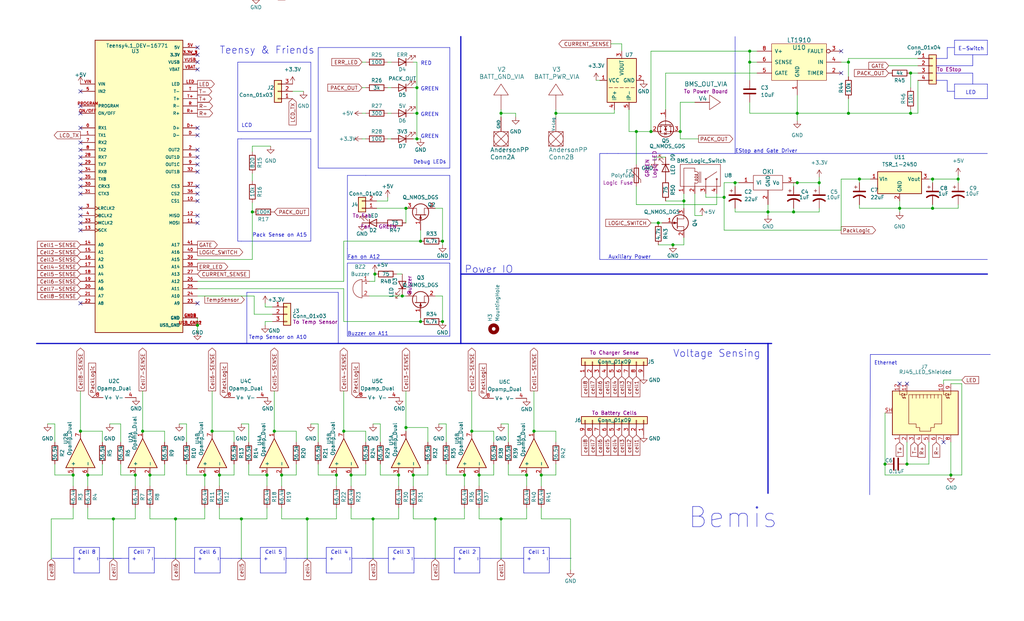
<source format=kicad_sch>
(kicad_sch (version 20230121) (generator eeschema)
  (paper "USLegal")
  (title_block (title "2023 BMS") (date "2022-09-22") (rev "1.0") (company "MRDT - Drew Wellen, Jesse Deuel"))
  (junction (at 323.85 72.39))
  (junction (at 95.25 149.86))
  (junction (at 138.43 165.1))
  (junction (at 151.13 180.34))
  (junction (at 161.29 165.1))
  (junction (at 233.68 85.09))
  (junction (at 266.7 73.66))
  (junction (at 144.78 30.48))
  (junction (at 226.06 45.72))
  (junction (at 294.64 39.37))
  (junction (at 312.42 72.39))
  (junction (at 46.99 165.1))
  (junction (at 187.96 165.1))
  (junction (at 140.97 148.59))
  (junction (at 49.53 149.86))
  (junction (at 236.22 45.72))
  (junction (at 323.85 62.23))
  (junction (at 130.175 95.25))
  (junction (at 260.35 17.78))
  (junction (at 153.67 83.82))
  (junction (at 27.94 149.86))
  (junction (at 220.98 45.72))
  (junction (at 316.23 39.37))
  (junction (at 144.78 48.26))
  (junction (at 153.67 111.76))
  (junction (at 68.58 113.03))
  (junction (at 182.88 165.1))
  (junction (at 173.99 180.34))
  (junction (at 237.49 69.85))
  (junction (at 146.05 111.76))
  (junction (at 228.6 77.47))
  (junction (at 294.64 21.59))
  (junction (at 284.48 63.5))
  (junction (at 173.99 39.37))
  (junction (at 121.92 165.1))
  (junction (at 71.12 165.1))
  (junction (at 146.05 83.82))
  (junction (at 332.74 62.23))
  (junction (at 25.4 165.1))
  (junction (at 139.7 102.87))
  (junction (at 193.04 39.37))
  (junction (at 52.07 165.1))
  (junction (at 276.86 63.5))
  (junction (at 298.45 62.23))
  (junction (at 39.37 180.34))
  (junction (at 83.82 180.34))
  (junction (at 106.68 180.34))
  (junction (at 260.35 21.59))
  (junction (at 275.59 73.66))
  (junction (at 116.84 165.1))
  (junction (at 163.83 149.86))
  (junction (at 119.38 149.86))
  (junction (at 73.66 149.86))
  (junction (at 30.48 165.1))
  (junction (at 140.97 72.39))
  (junction (at 60.96 180.34))
  (junction (at 76.2 165.1))
  (junction (at 143.51 165.1))
  (junction (at 330.2 165.1))
  (junction (at 92.71 165.1))
  (junction (at 166.37 165.1))
  (junction (at 87.63 73.66))
  (junction (at 314.96 161.29))
  (junction (at 307.34 161.29))
  (junction (at 276.86 39.37))
  (junction (at 255.27 63.5))
  (junction (at 251.46 68.58))
  (junction (at 97.79 165.1))
  (junction (at 185.42 149.86))
  (junction (at 316.23 25.4))
  (junction (at 129.54 180.34))
  (junction (at 144.78 39.37))
  (no_connect (at 312.42 133.35))
  (no_connect (at 27.94 105.41))
  (no_connect (at 68.58 77.47))
  (no_connect (at 68.58 74.93))
  (no_connect (at 27.94 44.45))
  (no_connect (at 27.94 49.53))
  (no_connect (at 27.94 52.07))
  (no_connect (at 27.94 54.61))
  (no_connect (at 27.94 57.15))
  (no_connect (at 27.94 59.69))
  (no_connect (at 27.94 62.23))
  (no_connect (at 27.94 64.77))
  (no_connect (at 68.58 69.85))
  (no_connect (at 68.58 67.31))
  (no_connect (at 68.58 64.77))
  (no_connect (at 68.58 59.69))
  (no_connect (at 68.58 57.15))
  (no_connect (at 68.58 54.61))
  (no_connect (at 68.58 52.07))
  (no_connect (at 68.58 21.59))
  (no_connect (at 68.58 24.13))
  (no_connect (at 27.94 31.75))
  (no_connect (at 27.94 36.83))
  (no_connect (at 27.94 39.37))
  (no_connect (at 27.94 67.31))
  (no_connect (at 27.94 72.39))
  (no_connect (at 27.94 74.93))
  (no_connect (at 27.94 77.47))
  (no_connect (at 27.94 80.01))
  (no_connect (at 68.58 16.51))
  (no_connect (at 327.66 153.67))
  (no_connect (at 292.1 17.78))
  (no_connect (at 292.1 25.4))
  (no_connect (at 68.58 105.41))
  (no_connect (at 68.58 19.05))
  (no_connect (at 68.58 44.45))
  (no_connect (at 68.58 46.99))
  (no_connect (at 314.96 133.35))
  (polyline (pts (xy 325.12 27.94) (xy 328.93 27.94)))
  (wire (pts (xy 193.04 149.86) (xy 185.42 149.86)))
  (wire (pts (xy 88.265 102.87) (xy 88.265 109.22)))
  (polyline (pts (xy 181.864 190.246) (xy 190.754 190.246)))
  (wire (pts (xy 193.04 161.29) (xy 193.04 165.1)))
  (wire (pts (xy 143.51 30.48) (xy 144.78 30.48)))
  (wire (pts (xy 171.45 165.1) (xy 166.37 165.1)))
  (wire (pts (xy 25.4 165.1) (xy 25.4 168.91)))
  (wire (pts (xy 92.71 165.1) (xy 92.71 168.91)))
  (wire (pts (xy 86.36 147.32) (xy 83.82 147.32)))
  (wire (pts (xy 276.86 63.5) (xy 284.48 63.5)))
  (wire (pts (xy 213.36 38.1) (xy 213.36 39.37)))
  (polyline (pts (xy 120.65 91.44) (xy 127 91.44)))
  (wire (pts (xy 292.1 80.01) (xy 251.46 80.01)))
  (polyline (pts (xy 117.475 101.6) (xy 85.725 101.6)))
  (wire (pts (xy 57.15 161.29) (xy 57.15 165.1)))
  (wire (pts (xy 140.97 135.89) (xy 140.97 148.59)))
  (wire (pts (xy 260.35 21.59) (xy 260.35 27.94)))
  (wire (pts (xy 176.53 165.1) (xy 182.88 165.1)))
  (wire (pts (xy 127 153.67) (xy 127 149.86)))
  (wire (pts (xy 92.075 111.76) (xy 94.615 111.76)))
  (wire (pts (xy 132.08 147.32) (xy 129.54 147.32)))
  (wire (pts (xy 307.34 143.51) (xy 307.34 161.29)))
  (wire (pts (xy 294.64 34.29) (xy 294.64 39.37)))
  (wire (pts (xy 255.27 63.5) (xy 255.27 64.77)))
  (wire (pts (xy 332.74 62.23) (xy 332.74 63.5)))
  (wire (pts (xy 110.49 165.1) (xy 116.84 165.1)))
  (polyline (pts (xy 337.82 25.4) (xy 337.82 29.21)))
  (wire (pts (xy 318.77 27.94) (xy 318.77 39.37)))
  (polyline (pts (xy 174.244 194.056) (xy 176.784 194.056)))
  (wire (pts (xy 220.98 71.12) (xy 248.92 71.12)))
  (polyline (pts (xy 117.475 119.38) (xy 117.475 101.6)))
  (polyline (pts (xy 328.93 27.94) (xy 328.93 31.75)))
  (wire (pts (xy 241.3 67.31) (xy 241.3 74.93)))
  (wire (pts (xy 322.58 161.29) (xy 314.96 161.29)))
  (wire (pts (xy 92.075 106.68) (xy 92.075 105.41)))
  (polyline (pts (xy 210.82 53.34) (xy 214.63 53.34)))
  (wire (pts (xy 171.45 153.67) (xy 171.45 149.86)))
  (wire (pts (xy 276.86 33.02) (xy 276.86 39.37)))
  (polyline (pts (xy 302.26 123.19) (xy 343.916 123.19)))
  (wire (pts (xy 218.44 45.72) (xy 218.44 38.1)))
  (wire (pts (xy 298.45 71.12) (xy 298.45 72.39)))
  (wire (pts (xy 81.28 149.86) (xy 73.66 149.86)))
  (polyline (pts (xy 39.624 194.056) (xy 44.704 194.056)))
  (wire (pts (xy 255.27 73.66) (xy 255.27 72.39)))
  (polyline (pts (xy 156.21 91.44) (xy 156.21 116.84)))
  (wire (pts (xy 298.45 62.23) (xy 302.26 62.23)))
  (wire (pts (xy 25.4 180.34) (xy 17.78 180.34)))
  (wire (pts (xy 129.54 180.34) (xy 121.92 180.34)))
  (wire (pts (xy 276.86 39.37) (xy 276.86 41.91)))
  (polyline (pts (xy 134.874 199.136) (xy 134.874 190.246)))
  (polyline (pts (xy 67.564 199.136) (xy 67.564 190.246)))
  (wire (pts (xy 62.23 147.32) (xy 64.77 147.32)))
  (wire (pts (xy 134.62 69.85) (xy 134.62 68.58)))
  (wire (pts (xy 154.94 165.1) (xy 154.94 161.29)))
  (wire (pts (xy 334.01 133.35) (xy 330.2 133.35)))
  (wire (pts (xy 81.28 161.29) (xy 81.28 165.1)))
  (polyline (pts (xy 12.7 119.38) (xy 267.97 119.38)) (stroke (width 0.4)))
  (wire (pts (xy 144.78 39.37) (xy 144.78 30.48)))
  (wire (pts (xy 88.9 -24.13) (xy 91.44 -24.13)))
  (wire (pts (xy 87.63 70.485) (xy 87.63 73.66)))
  (wire (pts (xy 137.795 95.25) (xy 139.7 95.25)))
  (polyline (pts (xy 53.594 199.136) (xy 44.704 199.136)))
  (polyline (pts (xy 62.484 194.056) (xy 67.564 194.056)))
  (wire (pts (xy 275.59 72.39) (xy 275.59 73.66)))
  (wire (pts (xy 102.87 165.1) (xy 97.79 165.1)))
  (wire (pts (xy 94.615 106.68) (xy 92.075 106.68)))
  (polyline (pts (xy 127 90.17) (xy 156.21 90.17)))
  (wire (pts (xy 125.73 30.48) (xy 127 30.48)))
  (wire (pts (xy 30.48 180.34) (xy 30.48 176.53)))
  (wire (pts (xy 236.22 35.56) (xy 236.22 45.72)))
  (wire (pts (xy 173.99 180.34) (xy 166.37 180.34)))
  (polyline (pts (xy 147.574 194.056) (xy 151.384 194.056)))
  (wire (pts (xy 292.1 62.23) (xy 298.45 62.23)))
  (wire (pts (xy 64.77 161.29) (xy 64.77 165.1)))
  (wire (pts (xy 19.05 147.32) (xy 19.05 153.67)))
  (wire (pts (xy 125.73 39.37) (xy 127 39.37)))
  (wire (pts (xy 49.53 135.89) (xy 49.53 149.86)))
  (wire (pts (xy 237.49 67.31) (xy 237.49 69.85)))
  (wire (pts (xy 41.91 147.32) (xy 41.91 153.67)))
  (wire (pts (xy 41.91 165.1) (xy 46.99 165.1)))
  (wire (pts (xy 323.85 62.23) (xy 323.85 63.5)))
  (wire (pts (xy 106.68 180.34) (xy 106.68 194.31)))
  (wire (pts (xy 226.06 77.47) (xy 228.6 77.47)))
  (polyline (pts (xy 266.7 119.38) (xy 266.7 171.45)) (stroke (width 0.4)))
  (wire (pts (xy 173.99 38.1) (xy 173.99 39.37)))
  (polyline (pts (xy 122.174 194.056) (xy 125.984 194.056)))
  (wire (pts (xy 151.13 180.34) (xy 151.13 194.31)))
  (polyline (pts (xy 34.544 199.136) (xy 25.654 199.136)))
  (wire (pts (xy 187.96 176.53) (xy 187.96 180.34)))
  (wire (pts (xy 116.84 176.53) (xy 116.84 180.34)))
  (polyline (pts (xy 160.02 95.25) (xy 342.9 95.25)) (stroke (width 0.4)))
  (wire (pts (xy 19.05 165.1) (xy 25.4 165.1)))
  (polyline (pts (xy 80.264 194.056) (xy 84.074 194.056)))
  (wire (pts (xy 35.56 149.86) (xy 27.94 149.86)))
  (wire (pts (xy 163.83 135.89) (xy 163.83 149.86)))
  (wire (pts (xy 134.62 30.48) (xy 135.89 30.48)))
  (wire (pts (xy 16.51 147.32) (xy 19.05 147.32)))
  (wire (pts (xy 81.28 153.67) (xy 81.28 149.86)))
  (wire (pts (xy 182.88 176.53) (xy 182.88 180.34)))
  (polyline (pts (xy 337.82 22.86) (xy 337.82 19.05)))
  (polyline (pts (xy 38.354 194.056) (xy 42.164 194.056)))
  (wire (pts (xy 284.48 63.5) (xy 284.48 64.77)))
  (polyline (pts (xy 85.725 101.6) (xy 85.725 119.38)))
  (wire (pts (xy 68.58 90.17) (xy 87.63 90.17)))
  (wire (pts (xy 86.36 165.1) (xy 86.36 161.29)))
  (polyline (pts (xy 108.204 194.056) (xy 113.284 194.056)))
  (wire (pts (xy 318.77 20.32) (xy 294.64 20.32)))
  (wire (pts (xy 119.38 83.82) (xy 146.05 83.82)))
  (wire (pts (xy 92.075 113.03) (xy 92.075 111.76)))
  (wire (pts (xy 193.04 165.1) (xy 187.96 165.1)))
  (wire (pts (xy 92.71 165.1) (xy 86.36 165.1)))
  (polyline (pts (xy 127 116.84) (xy 156.21 116.84)))
  (wire (pts (xy 284.48 72.39) (xy 284.48 73.66)))
  (polyline (pts (xy 82.55 83.82) (xy 82.55 48.26)))
  (wire (pts (xy 316.23 25.4) (xy 318.77 25.4)))
  (wire (pts (xy 260.35 17.78) (xy 260.35 21.59)))
  (polyline (pts (xy 208.28 81.28) (xy 208.28 87.63)))
  (polyline (pts (xy 110.49 16.51) (xy 156.21 16.51)))
  (polyline (pts (xy 120.65 60.96) (xy 120.65 86.36)))
  (wire (pts (xy 327.66 133.35) (xy 327.66 132.08)))
  (wire (pts (xy 220.98 45.72) (xy 226.06 45.72)))
  (wire (pts (xy 161.29 165.1) (xy 154.94 165.1)))
  (polyline (pts (xy 208.28 53.34) (xy 210.82 53.34)))
  (wire (pts (xy 68.58 100.33) (xy 119.38 100.33)))
  (wire (pts (xy 182.88 165.1) (xy 182.88 168.91)))
  (wire (pts (xy 76.2 180.34) (xy 76.2 176.53)))
  (polyline (pts (xy 325.12 22.86) (xy 337.82 22.86)))
  (wire (pts (xy 128.27 102.87) (xy 139.7 102.87)))
  (wire (pts (xy 193.04 38.1) (xy 193.04 39.37)))
  (polyline (pts (xy 83.82 48.26) (xy 107.95 48.26)))
  (wire (pts (xy 140.97 148.59) (xy 140.97 149.86)))
  (wire (pts (xy 236.22 48.26) (xy 236.22 45.72)))
  (wire (pts (xy 102.87 149.86) (xy 95.25 149.86)))
  (wire (pts (xy 161.29 165.1) (xy 161.29 168.91)))
  (wire (pts (xy 41.91 161.29) (xy 41.91 165.1)))
  (wire (pts (xy 17.78 180.34) (xy 17.78 194.31)))
  (wire (pts (xy 88.9 -1.27) (xy 91.44 -1.27)))
  (wire (pts (xy 327.66 132.08) (xy 334.01 132.08)))
  (polyline (pts (xy 37.084 194.056) (xy 39.624 194.056)))
  (polyline (pts (xy 331.47 29.21) (xy 342.9 29.21)))
  (polyline (pts (xy 181.864 199.136) (xy 181.864 190.246)))
  (wire (pts (xy 125.73 21.59) (xy 127 21.59)))
  (wire (pts (xy 226.06 17.78) (xy 226.06 45.72)))
  (wire (pts (xy 245.11 67.31) (xy 245.11 68.58)))
  (polyline (pts (xy 166.624 199.136) (xy 157.734 199.136)))
  (wire (pts (xy 316.23 39.37) (xy 318.77 39.37)))
  (wire (pts (xy 60.96 180.34) (xy 60.96 194.31)))
  (wire (pts (xy 330.2 165.1) (xy 334.01 165.1)))
  (wire (pts (xy 176.53 147.32) (xy 176.53 153.67)))
  (wire (pts (xy 71.12 165.1) (xy 71.12 168.91)))
  (wire (pts (xy 86.36 153.67) (xy 86.36 147.32)))
  (polyline (pts (xy 156.21 60.96) (xy 156.21 86.36)))
  (wire (pts (xy 198.12 180.34) (xy 187.96 180.34)))
  (polyline (pts (xy 331.47 19.05) (xy 331.47 13.97)))
  (wire (pts (xy 102.87 161.29) (xy 102.87 165.1)))
  (wire (pts (xy 127 149.86) (xy 119.38 149.86)))
  (polyline (pts (xy 25.654 199.136) (xy 25.654 190.246)))
  (wire (pts (xy 307.34 165.1) (xy 330.2 165.1)))
  (polyline (pts (xy 20.574 194.056) (xy 25.654 194.056)))
  (wire (pts (xy 314.96 153.67) (xy 314.96 161.29)))
  (wire (pts (xy 284.48 63.5) (xy 284.48 61.595)))
  (wire (pts (xy 242.57 48.26) (xy 236.22 48.26)))
  (wire (pts (xy 132.08 165.1) (xy 138.43 165.1)))
  (wire (pts (xy 332.74 72.39) (xy 323.85 72.39)))
  (wire (pts (xy 185.42 135.89) (xy 185.42 149.86)))
  (wire (pts (xy 251.46 68.58) (xy 251.46 80.01)))
  (polyline (pts (xy 156.21 16.51) (xy 156.21 58.42)))
  (wire (pts (xy 39.37 180.34) (xy 39.37 194.31)))
  (wire (pts (xy 57.15 165.1) (xy 52.07 165.1)))
  (wire (pts (xy 107.95 147.32) (xy 110.49 147.32)))
  (polyline (pts (xy 166.624 190.246) (xy 166.624 199.136)))
  (wire (pts (xy 153.67 102.87) (xy 153.67 111.76)))
  (wire (pts (xy 143.51 180.34) (xy 143.51 176.53)))
  (wire (pts (xy 241.3 74.93) (xy 243.84 74.93)))
  (wire (pts (xy 134.62 48.26) (xy 135.89 48.26)))
  (polyline (pts (xy 166.624 194.056) (xy 170.434 194.056)))
  (wire (pts (xy 151.13 72.39) (xy 153.67 72.39)))
  (wire (pts (xy 266.7 73.66) (xy 266.7 74.93)))
  (wire (pts (xy 39.37 180.34) (xy 30.48 180.34)))
  (polyline (pts (xy 160.02 12.7) (xy 160.02 119.38)) (stroke (width 0.4)))
  (polyline (pts (xy 150.114 194.056) (xy 152.654 194.056)))
  (wire (pts (xy 130.81 69.85) (xy 134.62 69.85)))
  (wire (pts (xy 228.6 77.47) (xy 229.87 77.47)))
  (wire (pts (xy 275.59 63.5) (xy 276.86 63.5)))
  (wire (pts (xy 260.35 35.56) (xy 260.35 39.37)))
  (wire (pts (xy 130.175 94.615) (xy 130.175 95.25)))
  (wire (pts (xy 143.51 48.26) (xy 144.78 48.26)))
  (wire (pts (xy 25.4 176.53) (xy 25.4 180.34)))
  (wire (pts (xy 110.49 161.29) (xy 110.49 165.1)))
  (wire (pts (xy 298.45 72.39) (xy 312.42 72.39)))
  (wire (pts (xy 294.64 39.37) (xy 316.23 39.37)))
  (wire (pts (xy 171.45 149.86) (xy 163.83 149.86)))
  (polyline (pts (xy 208.28 90.17) (xy 210.82 90.17)))
  (wire (pts (xy 68.58 102.87) (xy 88.265 102.87)))
  (wire (pts (xy 166.37 165.1) (xy 166.37 168.91)))
  (wire (pts (xy 87.63 62.865) (xy 87.63 60.325)))
  (polyline (pts (xy 113.284 190.246) (xy 122.174 190.246)))
  (wire (pts (xy 231.14 25.4) (xy 262.89 25.4)))
  (polyline (pts (xy 190.754 190.246) (xy 190.754 199.136)))
  (wire (pts (xy 119.38 135.89) (xy 119.38 149.86)))
  (wire (pts (xy 323.85 71.12) (xy 323.85 72.39)))
  (wire (pts (xy 148.59 161.29) (xy 148.59 165.1)))
  (wire (pts (xy 134.62 21.59) (xy 135.89 21.59)))
  (wire (pts (xy 87.63 73.66) (xy 87.63 90.17)))
  (wire (pts (xy 227.33 54.61) (xy 231.14 54.61)))
  (wire (pts (xy 83.82 180.34) (xy 76.2 180.34)))
  (wire (pts (xy 148.59 148.59) (xy 140.97 148.59)))
  (polyline (pts (xy 99.314 194.056) (xy 103.124 194.056)))
  (polyline (pts (xy 85.344 194.056) (xy 90.424 194.056)))
  (wire (pts (xy 193.04 39.37) (xy 193.04 40.64)))
  (polyline (pts (xy 331.47 34.29) (xy 331.47 29.21)))
  (wire (pts (xy 143.51 21.59) (xy 144.78 21.59)))
  (polyline (pts (xy 342.9 34.29) (xy 331.47 34.29)))
  (wire (pts (xy 92.71 176.53) (xy 92.71 180.34)))
  (polyline (pts (xy 127 60.96) (xy 156.21 60.96)))
  (wire (pts (xy 236.22 35.56) (xy 241.3 35.56)))
  (polyline (pts (xy 342.9 13.97) (xy 342.9 19.05)))
  (wire (pts (xy 119.38 97.79) (xy 119.38 83.82)))
  (wire (pts (xy 323.85 72.39) (xy 312.42 72.39)))
  (polyline (pts (xy 127.254 194.056) (xy 129.794 194.056)))
  (wire (pts (xy 260.35 39.37) (xy 276.86 39.37)))
  (wire (pts (xy 144.78 48.26) (xy 146.05 48.26)))
  (wire (pts (xy 266.7 73.66) (xy 255.27 73.66)))
  (polyline (pts (xy 331.47 13.97) (xy 342.9 13.97)))
  (wire (pts (xy 121.92 180.34) (xy 121.92 176.53)))
  (polyline (pts (xy 190.754 199.136) (xy 181.864 199.136)))
  (wire (pts (xy 154.94 153.67) (xy 154.94 147.32)))
  (polyline (pts (xy 25.654 190.246) (xy 34.544 190.246)))
  (polyline (pts (xy 110.49 58.42) (xy 110.49 16.51)))
  (wire (pts (xy 46.99 180.34) (xy 39.37 180.34)))
  (polyline (pts (xy 170.434 194.056) (xy 174.244 194.056)))
  (wire (pts (xy 215.9 15.24) (xy 212.09 15.24)))
  (wire (pts (xy 127 161.29) (xy 127 165.1)))
  (polyline (pts (xy 214.63 90.17) (xy 342.9 90.17)))
  (wire (pts (xy 38.1 147.32) (xy 41.91 147.32)))
  (wire (pts (xy 332.74 62.23) (xy 332.74 60.96)))
  (polyline (pts (xy 120.65 90.17) (xy 127 90.17)))
  (wire (pts (xy 292.1 21.59) (xy 294.64 21.59)))
  (polyline (pts (xy 156.21 58.42) (xy 110.49 58.42)))
  (wire (pts (xy 146.05 110.49) (xy 146.05 111.76)))
  (wire (pts (xy 27.94 135.89) (xy 27.94 149.86)))
  (polyline (pts (xy 325.12 25.4) (xy 337.82 25.4)))
  (wire (pts (xy 73.66 135.89) (xy 73.66 149.86)))
  (wire (pts (xy 182.88 180.34) (xy 173.99 180.34)))
  (wire (pts (xy 57.15 153.67) (xy 57.15 149.86)))
  (polyline (pts (xy 328.93 31.75) (xy 331.47 31.75)))
  (wire (pts (xy 332.74 71.12) (xy 332.74 72.39)))
  (wire (pts (xy 148.59 165.1) (xy 143.51 165.1)))
  (wire (pts (xy 228.6 85.09) (xy 233.68 85.09)))
  (wire (pts (xy 330.2 153.67) (xy 330.2 165.1)))
  (wire (pts (xy 119.38 111.76) (xy 146.05 111.76)))
  (wire (pts (xy 294.64 21.59) (xy 294.64 26.67)))
  (wire (pts (xy 106.68 180.34) (xy 97.79 180.34)))
  (polyline (pts (xy 67.564 190.246) (xy 76.454 190.246)))
  (wire (pts (xy 220.98 45.72) (xy 218.44 45.72)))
  (polyline (pts (xy 342.9 29.21) (xy 342.9 34.29)))
  (wire (pts (xy 193.04 153.67) (xy 193.04 149.86)))
  (polyline (pts (xy 107.95 45.72) (xy 107.95 21.59)))
  (polyline (pts (xy 113.284 199.136) (xy 113.284 190.246)))
  (polyline (pts (xy 44.704 190.246) (xy 53.594 190.246)))
  (polyline (pts (xy 120.65 91.44) (xy 120.65 116.84)))
  (wire (pts (xy 334.01 133.35) (xy 334.01 165.1)))
  (polyline (pts (xy 44.704 199.136) (xy 44.704 190.246)))
  (wire (pts (xy 128.27 97.79) (xy 130.175 97.79)))
  (wire (pts (xy 129.54 180.34) (xy 129.54 194.31)))
  (polyline (pts (xy 342.9 19.05) (xy 331.47 19.05)))
  (wire (pts (xy 87.63 50.8) (xy 93.98 50.8)))
  (polyline (pts (xy 82.55 21.59) (xy 82.55 45.72)))
  (polyline (pts (xy 34.544 190.246) (xy 34.544 199.136)))
  (wire (pts (xy 19.05 161.29) (xy 19.05 165.1)))
  (wire (pts (xy 130.81 72.39) (xy 140.97 72.39)))
  (polyline (pts (xy 143.764 194.056) (xy 147.574 194.056)))
  (wire (pts (xy 143.51 39.37) (xy 144.78 39.37)))
  (polyline (pts (xy 18.034 194.056) (xy 20.574 194.056)))
  (wire (pts (xy 215.9 17.78) (xy 215.9 15.24)))
  (wire (pts (xy 46.99 165.1) (xy 46.99 168.91)))
  (wire (pts (xy 132.08 161.29) (xy 132.08 165.1)))
  (wire (pts (xy 35.56 161.29) (xy 35.56 165.1)))
  (polyline (pts (xy 103.124 194.056) (xy 106.934 194.056)))
  (wire (pts (xy 76.2 165.1) (xy 76.2 168.91)))
  (wire (pts (xy 220.98 64.77) (xy 220.98 71.12)))
  (polyline (pts (xy 152.654 194.056) (xy 157.734 194.056)))
  (wire (pts (xy 101.6 31.75) (xy 105.41 31.75)))
  (wire (pts (xy 226.06 17.78) (xy 260.35 17.78)))
  (wire (pts (xy 138.43 165.1) (xy 138.43 168.91)))
  (polyline (pts (xy 127 91.44) (xy 156.21 91.44)))
  (polyline (pts (xy 122.174 199.136) (xy 113.284 199.136)))
  (wire (pts (xy 227.33 55.88) (xy 227.33 54.61)))
  (wire (pts (xy 30.48 165.1) (xy 30.48 168.91)))
  (polyline (pts (xy 90.424 199.136) (xy 90.424 190.246)))
  (wire (pts (xy 30.48 165.1) (xy 35.56 165.1)))
  (wire (pts (xy 60.96 180.34) (xy 52.07 180.34)))
  (polyline (pts (xy 208.28 87.63) (xy 208.28 90.17)))
  (wire (pts (xy 154.94 147.32) (xy 152.4 147.32)))
  (polyline (pts (xy 328.93 16.51) (xy 331.47 16.51)))
  (wire (pts (xy 71.12 176.53) (xy 71.12 180.34)))
  (wire (pts (xy 260.35 17.78) (xy 262.89 17.78)))
  (wire (pts (xy 68.58 110.49) (xy 68.58 113.03)))
  (wire (pts (xy 121.92 165.1) (xy 121.92 168.91)))
  (wire (pts (xy 68.58 113.03) (xy 68.58 115.57)))
  (polyline (pts (xy 210.82 90.17) (xy 214.63 90.17)))
  (wire (pts (xy 68.58 97.79) (xy 119.38 97.79)))
  (polyline (pts (xy 302.006 171.958) (xy 302.26 123.19)))
  (wire (pts (xy 307.34 161.29) (xy 307.34 165.1)))
  (wire (pts (xy 64.77 147.32) (xy 64.77 153.67)))
  (polyline (pts (xy 328.93 20.32) (xy 328.93 16.51)))
  (polyline (pts (xy 120.65 86.36) (xy 120.65 90.17)))
  (wire (pts (xy 312.42 69.85) (xy 312.42 72.39)))
  (wire (pts (xy 248.92 71.12) (xy 248.92 67.31)))
  (polyline (pts (xy 255.27 12.7) (xy 255.27 53.34)))
  (wire (pts (xy 316.23 25.4) (xy 316.23 30.48)))
  (wire (pts (xy 153.67 72.39) (xy 153.67 83.82)))
  (polyline (pts (xy 190.754 194.056) (xy 194.564 194.056)))
  (wire (pts (xy 275.59 73.66) (xy 284.48 73.66)))
  (wire (pts (xy 132.08 153.67) (xy 132.08 147.32)))
  (wire (pts (xy 148.59 153.67) (xy 148.59 148.59)))
  (wire (pts (xy 308.61 22.86) (xy 318.77 22.86)))
  (wire (pts (xy 134.62 39.37) (xy 135.89 39.37)))
  (polyline (pts (xy 129.794 194.056) (xy 134.874 194.056)))
  (wire (pts (xy 127 165.1) (xy 121.92 165.1)))
  (wire (pts (xy 275.59 63.5) (xy 275.59 64.77)))
  (polyline (pts (xy 76.454 199.136) (xy 67.564 199.136)))
  (wire (pts (xy 220.98 45.72) (xy 220.98 57.15)))
  (wire (pts (xy 153.67 83.82) (xy 153.67 85.09)))
  (polyline (pts (xy 53.594 194.056) (xy 57.404 194.056)))
  (polyline (pts (xy 143.764 199.136) (xy 134.874 199.136)))
  (wire (pts (xy 116.84 180.34) (xy 106.68 180.34)))
  (wire (pts (xy 260.35 21.59) (xy 262.89 21.59)))
  (polyline (pts (xy 82.55 48.26) (xy 83.82 48.26)))
  (wire (pts (xy 138.43 180.34) (xy 129.54 180.34)))
  (polyline (pts (xy 82.55 83.82) (xy 83.82 83.82)))
  (polyline (pts (xy 208.28 53.34) (xy 208.28 81.28)))
  (wire (pts (xy 312.42 72.39) (xy 312.42 73.66)))
  (wire (pts (xy 83.82 180.34) (xy 83.82 194.31)))
  (polyline (pts (xy 99.314 190.246) (xy 99.314 199.136)))
  (polyline (pts (xy 105.664 194.056) (xy 108.204 194.056)))
  (wire (pts (xy 207.01 27.94) (xy 208.28 27.94)))
  (wire (pts (xy 144.78 48.26) (xy 144.78 39.37)))
  (polyline (pts (xy 99.314 199.136) (xy 90.424 199.136)))
  (wire (pts (xy 166.37 180.34) (xy 166.37 176.53)))
  (wire (pts (xy 322.58 153.67) (xy 322.58 161.29)))
  (polyline (pts (xy 122.174 190.246) (xy 122.174 199.136)))
  (polyline (pts (xy 143.764 190.246) (xy 143.764 199.136)))
  (wire (pts (xy 143.51 165.1) (xy 143.51 168.91)))
  (wire (pts (xy 266.7 71.12) (xy 266.7 73.66)))
  (wire (pts (xy 322.58 62.23) (xy 323.85 62.23)))
  (wire (pts (xy 237.49 69.85) (xy 237.49 72.39)))
  (wire (pts (xy 139.7 102.87) (xy 140.97 102.87)))
  (polyline (pts (xy 90.424 190.246) (xy 99.314 190.246)))
  (wire (pts (xy 316.23 38.1) (xy 316.23 39.37)))
  (polyline (pts (xy 59.944 194.056) (xy 62.484 194.056)))
  (polyline (pts (xy 120.65 116.84) (xy 127 116.84)))
  (wire (pts (xy 88.265 109.22) (xy 94.615 109.22)))
  (polyline (pts (xy 157.734 190.246) (xy 166.624 190.246)))
  (wire (pts (xy 97.79 165.1) (xy 97.79 168.91)))
  (wire (pts (xy 323.85 62.23) (xy 332.74 62.23)))
  (wire (pts (xy 173.99 180.34) (xy 173.99 194.31)))
  (polyline (pts (xy 82.804 194.056) (xy 85.344 194.056)))
  (polyline (pts (xy 107.95 48.26) (xy 107.95 83.82)))
  (wire (pts (xy 87.63 52.705) (xy 87.63 50.8)))
  (wire (pts (xy 81.28 165.1) (xy 76.2 165.1)))
  (polyline (pts (xy 342.9 53.34) (xy 214.63 53.34)))
  (wire (pts (xy 102.87 153.67) (xy 102.87 149.86)))
  (wire (pts (xy 140.97 72.39) (xy 140.97 77.47)))
  (polyline (pts (xy 125.984 194.056) (xy 129.794 194.056)))
  (wire (pts (xy 237.49 82.55) (xy 237.49 85.09)))
  (wire (pts (xy 46.99 176.53) (xy 46.99 180.34)))
  (wire (pts (xy 151.13 102.87) (xy 153.67 102.87)))
  (wire (pts (xy 213.36 39.37) (xy 193.04 39.37)))
  (wire (pts (xy 255.27 63.5) (xy 256.54 63.5)))
  (wire (pts (xy 231.14 38.1) (xy 231.14 25.4)))
  (wire (pts (xy 161.29 176.53) (xy 161.29 180.34)))
  (wire (pts (xy 52.07 180.34) (xy 52.07 176.53)))
  (wire (pts (xy 179.07 39.37) (xy 179.07 40.64)))
  (polyline (pts (xy 34.544 194.056) (xy 38.354 194.056)))
  (wire (pts (xy 92.71 180.34) (xy 83.82 180.34)))
  (wire (pts (xy 276.86 39.37) (xy 294.64 39.37)))
  (polyline (pts (xy 325.12 20.32) (xy 328.93 20.32)))
  (wire (pts (xy 52.07 165.1) (xy 52.07 168.91)))
  (wire (pts (xy 110.49 147.32) (xy 110.49 153.67)))
  (wire (pts (xy 35.56 153.67) (xy 35.56 149.86)))
  (wire (pts (xy 292.1 80.01) (xy 292.1 62.23)))
  (wire (pts (xy 146.05 80.01) (xy 146.05 83.82)))
  (wire (pts (xy 251.46 63.5) (xy 255.27 63.5)))
  (polyline (pts (xy 53.594 190.246) (xy 53.594 199.136)))
  (polyline (pts (xy 156.21 86.36) (xy 156.21 90.17)))
  (wire (pts (xy 171.45 161.29) (xy 171.45 165.1)))
  (polyline (pts (xy 76.454 194.056) (xy 80.264 194.056)))
  (wire (pts (xy 251.46 63.5) (xy 251.46 68.58)))
  (wire (pts (xy 116.84 165.1) (xy 116.84 168.91)))
  (wire (pts (xy 245.11 68.58) (xy 251.46 68.58)))
  (wire (pts (xy 144.78 30.48) (xy 144.78 21.59)))
  (wire (pts (xy 298.45 62.23) (xy 298.45 63.5)))
  (wire (pts (xy 161.29 180.34) (xy 151.13 180.34)))
  (wire (pts (xy 57.15 149.86) (xy 49.53 149.86)))
  (wire (pts (xy 71.12 180.34) (xy 60.96 180.34)))
  (polyline (pts (xy 107.95 21.59) (xy 82.55 21.59)))
  (wire (pts (xy 125.73 48.26) (xy 127 48.26)))
  (polyline (pts (xy 76.454 190.246) (xy 76.454 199.136)))
  (wire (pts (xy 95.25 135.89) (xy 95.25 149.86)))
  (wire (pts (xy 138.43 176.53) (xy 138.43 180.34)))
  (wire (pts (xy 173.99 39.37) (xy 179.07 39.37)))
  (wire (pts (xy 275.59 73.66) (xy 266.7 73.66)))
  (wire (pts (xy 198.12 198.12) (xy 198.12 180.34)))
  (wire (pts (xy 176.53 161.29) (xy 176.53 165.1)))
  (polyline (pts (xy 120.65 60.96) (xy 127 60.96)))
  (wire (pts (xy 231.14 69.85) (xy 237.49 69.85)))
  (polyline (pts (xy 176.784 194.056) (xy 181.864 194.056)))
  (polyline (pts (xy 194.564 194.056) (xy 198.374 194.056)))
  (polyline (pts (xy 157.734 199.136) (xy 157.734 190.246)))
  (polyline (pts (xy 82.55 45.72) (xy 107.95 45.72)))
  (wire (pts (xy 130.175 95.25) (xy 130.175 97.79)))
  (polyline (pts (xy 57.404 194.056) (xy 61.214 194.056)))
  (wire (pts (xy 237.49 85.09) (xy 233.68 85.09)))
  (wire (pts (xy 119.38 111.76) (xy 119.38 100.33)))
  (wire (pts (xy 173.99 147.32) (xy 176.53 147.32)))
  (polyline (pts (xy 107.95 83.82) (xy 83.82 83.82)))
  (wire (pts (xy 97.79 180.34) (xy 97.79 176.53)))
  (wire (pts (xy 64.77 165.1) (xy 71.12 165.1)))
  (wire (pts (xy 173.99 39.37) (xy 173.99 40.64)))
  (wire (pts (xy 151.13 180.34) (xy 143.51 180.34)))
  (wire (pts (xy 187.96 165.1) (xy 187.96 168.91)))
  (wire (pts (xy 294.64 20.32) (xy 294.64 21.59)))
  (polyline (pts (xy 134.874 190.246) (xy 143.764 190.246)))
  (text "-" (at 122.174 195.326 90) (effects (font (size 1.27 1.27)) (justify left bottom)))
  (text "+" (at 160.274 195.326 90) (effects (font (size 1.27 1.27)) (justify left bottom)))
  (text "Debug LEDs" (at 143.51 57.15 0) (effects (font (size 1.27 1.27)) (justify left bottom)))
  (text "Auxiliary Power" (at 226.06 90.17 0) (effects (font (size 1.27 1.27)) (justify right bottom)))
  (text "+" (at 70.104 195.326 90) (effects (font (size 1.27 1.27)) (justify left bottom)))
  (text "Power IO" (at 161.29 95.25 0) (effects (font (size 2.5 2.5)) (justify left bottom)))
  (text "-" (at 76.454 195.326 90) (effects (font (size 1.27 1.27)) (justify left bottom)))
  (text "Pack Sense on A15" (at 87.63 82.55 0) (effects (font (size 1.27 1.27)) (justify left bottom)))
  (text "+" (at 184.404 195.326 90) (effects (font (size 1.27 1.27)) (justify left bottom)))
  (text "+" (at 137.414 195.326 90) (effects (font (size 1.27 1.27)) (justify left bottom)))
  (text "+" (at 28.194 195.326 90) (effects (font (size 1.27 1.27)) (justify left bottom)))
  (text "+" (at 47.244 195.326 90) (effects (font (size 1.27 1.27)) (justify left bottom)))
  (text "-" (at 34.544 195.326 90) (effects (font (size 1.27 1.27)) (justify left bottom)))
  (text "Cell 1" (at 189.484 192.786 0) (effects (font (size 1.27 1.27)) (justify right bottom)))
  (text "GREEN\n" (at 146.05 40.64 0) (effects (font (size 1.27 1.27)) (justify left bottom)))
  (text "Bemis" (at 238.76 184.15 0) (effects (font (size 7 7)) (justify left bottom)))
  (text "Temp Sensor on A10" (at 86.36 118.11 0) (effects (font (size 1.27 1.27)) (justify left bottom)))
  (text "-" (at 53.594 195.326 90) (effects (font (size 1.27 1.27)) (justify left bottom)))
  (text "EStop and Gate Driver" (at 255.27 53.34 0) (effects (font (size 1.27 1.27)) (justify left bottom)))
  (text "Cell 2" (at 165.354 192.786 0) (effects (font (size 1.27 1.27)) (justify right bottom)))
  (text "Cell 7" (at 52.324 192.786 0) (effects (font (size 1.27 1.27)) (justify right bottom)))
  (text "Cell 8\n" (at 33.274 192.786 0) (effects (font (size 1.27 1.27)) (justify right bottom)))
  (text "Buzzer on A11" (at 120.65 116.84 0) (effects (font (size 1.27 1.27)) (justify left bottom)))
  (text "Cell 3" (at 142.494 192.786 0) (effects (font (size 1.27 1.27)) (justify right bottom)))
  (text "Cell 5" (at 98.044 192.786 0) (effects (font (size 1.27 1.27)) (justify right bottom)))
  (text "+" (at 92.964 195.326 90) (effects (font (size 1.27 1.27)) (justify left bottom)))
  (text "RED" (at 146.05 22.86 0) (effects (font (size 1.27 1.27)) (justify left bottom)))
  (text "-" (at 99.314 195.326 90) (effects (font (size 1.27 1.27)) (justify left bottom)))
  (text "GREEN\n" (at 146.05 31.75 0) (effects (font (size 1.27 1.27)) (justify left bottom)))
  (text "+" (at 115.824 195.326 90) (effects (font (size 1.27 1.27)) (justify left bottom)))
  (text "LED" (at 335.28 33.02 0) (effects (font (size 1.27 1.27)) (justify left bottom)))
  (text "-" (at 190.754 195.326 90) (effects (font (size 1.27 1.27)) (justify left bottom)))
  (text "Fan on A12" (at 120.65 90.17 0) (effects (font (size 1.27 1.27)) (justify left bottom)))
  (text "Cell 6" (at 75.184 192.786 0) (effects (font (size 1.27 1.27)) (justify right bottom)))
  (text "-" (at 143.764 195.326 90) (effects (font (size 1.27 1.27)) (justify left bottom)))
  (text "-" (at 166.624 195.326 90) (effects (font (size 1.27 1.27)) (justify left bottom)))
  (text "LCD" (at 83.82 44.45 0) (effects (font (size 1.27 1.27)) (justify left bottom)))
  (text "Ethernet" (at 303.53 127 0) (effects (font (size 1.27 1.27)) (justify left bottom)))
  (text "E-Switch" (at 332.74 17.78 0) (effects (font (size 1.27 1.27)) (justify left bottom)))
  (text "Voltage Sensing" (at 233.68 124.46 0) (effects (font (size 2.5 2.5)) (justify left bottom)))
  (text "Teensy & Friends" (at 76.2 19.05 0) (effects (font (size 2.5 2.5)) (justify left bottom)))
  (text "GREEN\n" (at 146.05 48.26 0) (effects (font (size 1.27 1.27)) (justify left bottom)))
  (text "Cell 4" (at 120.904 192.786 0) (effects (font (size 1.27 1.27)) (justify right bottom)))
  (global_label "Cell4-SENSE" (shape input) (at 27.94 92.71 180) (property "Intersheetrefs" "${INTERSHEET_REFS}" (effects hide)))
  (global_label "PackLogic" (shape input) (at 123.444 138.176 90) (property "Intersheetrefs" "${INTERSHEET_REFS}" (effects hide)))
  (global_label "PackLogic" (shape input) (at 167.64 138.43 90) (property "Intersheetrefs" "${INTERSHEET_REFS}" (effects hide)))
  (global_label "R-" (shape output) (at 68.58 36.83 0) (property "Intersheetrefs" "${INTERSHEET_REFS}" (effects hide)))
  (global_label "Cell7-SENSE" (shape output) (at 49.53 135.89 90) (property "Intersheetrefs" "${INTERSHEET_REFS}" (effects hide)))
  (global_label "cell1" (shape input) (at 220.98 151.13 270) (property "Intersheetrefs" "${INTERSHEET_REFS}" (effects hide)))
  (global_label "PACK_OUT" (shape input) (at 125.73 30.48 180) (property "Intersheetrefs" "${INTERSHEET_REFS}" (effects hide)))
  (global_label "T+" (shape output) (at 68.58 34.29 0) (property "Intersheetrefs" "${INTERSHEET_REFS}" (effects hide)))
  (global_label "CURRENT_SENSE" (shape output) (at 212.09 15.24 180) (property "Intersheetrefs" "${INTERSHEET_REFS}" (effects hide)))
  (global_label "cell1" (shape input) (at 220.98 130.81 270) (property "Intersheetrefs" "${INTERSHEET_REFS}" (effects hide)))
  (global_label "cell2" (shape input) (at 151.13 194.31 270) (property "Intersheetrefs" "${INTERSHEET_REFS}" (effects hide)))
  (global_label "Cell3-SENSE" (shape input) (at 27.94 90.17 180) (property "Intersheetrefs" "${INTERSHEET_REFS}" (effects hide)))
  (global_label "Cell3-SENSE" (shape output) (at 140.97 135.89 90) (property "Intersheetrefs" "${INTERSHEET_REFS}" (effects hide)))
  (global_label "Cell4-SENSE" (shape output) (at 119.38 135.89 90) (property "Intersheetrefs" "${INTERSHEET_REFS}" (effects hide)))
  (global_label "cell5" (shape input) (at 210.82 151.13 270) (property "Intersheetrefs" "${INTERSHEET_REFS}" (effects hide)))
  (global_label "R-" (shape input) (at 325.12 153.67 270) (property "Intersheetrefs" "${INTERSHEET_REFS}" (effects hide)))
  (global_label "Cell5-SENSE" (shape output) (at 95.25 135.89 90) (property "Intersheetrefs" "${INTERSHEET_REFS}" (effects hide)))
  (global_label "CURRENT_SENSE" (shape input) (at 68.58 95.25 0) (property "Intersheetrefs" "${INTERSHEET_REFS}" (effects hide)))
  (global_label "T-" (shape input) (at 317.5 153.67 270) (property "Intersheetrefs" "${INTERSHEET_REFS}" (effects hide)))
  (global_label "call6" (shape input) (at 208.28 151.13 270) (property "Intersheetrefs" "${INTERSHEET_REFS}" (effects hide)))
  (global_label "GATE" (shape input) (at 308.61 22.86 180) (property "Intersheetrefs" "${INTERSHEET_REFS}" (effects hide)))
  (global_label "cell3" (shape input) (at 129.54 194.31 270) (property "Intersheetrefs" "${INTERSHEET_REFS}" (effects hide)))
  (global_label "T+" (shape input) (at 312.42 153.67 270) (property "Intersheetrefs" "${INTERSHEET_REFS}" (effects hide)))
  (global_label "PackLogic" (shape input) (at 77.724 138.176 90) (property "Intersheetrefs" "${INTERSHEET_REFS}" (effects hide)))
  (global_label "Cell6-SENSE" (shape input) (at 27.94 97.79 180) (property "Intersheetrefs" "${INTERSHEET_REFS}" (effects hide)))
  (global_label "Cell1-SENSE" (shape input) (at 27.94 85.09 180) (property "Intersheetrefs" "${INTERSHEET_REFS}" (effects hide)))
  (global_label "LED" (shape input) (at 334.01 132.08 0) (property "Intersheetrefs" "${INTERSHEET_REFS}" (effects hide)))
  (global_label "LCD_TX" (shape output) (at 27.94 46.99 180) (property "Intersheetrefs" "${INTERSHEET_REFS}" (effects hide)))
  (global_label "PackLogic" (shape output) (at 292.1 80.01 0) (property "Intersheetrefs" "${INTERSHEET_REFS}" (effects hide)))
  (global_label "T-" (shape output) (at 68.58 31.75 0) (property "Intersheetrefs" "${INTERSHEET_REFS}" (effects hide)))
  (global_label "cell7" (shape input) (at 205.74 130.81 270) (property "Intersheetrefs" "${INTERSHEET_REFS}" (effects hide)))
  (global_label "cell7" (shape input) (at 39.37 194.31 270) (property "Intersheetrefs" "${INTERSHEET_REFS}" (effects hide)))
  (global_label "Cell7-SENSE" (shape input) (at 27.94 100.33 180) (property "Intersheetrefs" "${INTERSHEET_REFS}" (effects hide)))
  (global_label "TempSensor" (shape output) (at 71.12 104.14 0) (property "Intersheetrefs" "${INTERSHEET_REFS}" (effects hide)))
  (global_label "call6" (shape input) (at 208.28 130.81 270) (property "Intersheetrefs" "${INTERSHEET_REFS}" (effects hide)))
  (global_label "Cell1-SENSE" (shape output) (at 185.42 135.89 90) (property "Intersheetrefs" "${INTERSHEET_REFS}" (effects hide)))
  (global_label "cell4" (shape input) (at 106.68 194.31 270) (property "Intersheetrefs" "${INTERSHEET_REFS}" (effects hide)))
  (global_label "PackLogic" (shape input) (at 32.004 138.176 90) (property "Intersheetrefs" "${INTERSHEET_REFS}" (effects hide)))
  (global_label "cell8" (shape input) (at 203.2 151.13 270) (property "Intersheetrefs" "${INTERSHEET_REFS}" (effects hide)))
  (global_label "GATE" (shape output) (at 68.58 85.09 0) (property "Intersheetrefs" "${INTERSHEET_REFS}" (effects hide)))
  (global_label "LCD_TX" (shape input) (at 91.44 -21.59 180) (property "Intersheetrefs" "${INTERSHEET_REFS}" (effects hide)))
  (global_label "cell7" (shape input) (at 205.74 151.13 270) (property "Intersheetrefs" "${INTERSHEET_REFS}" (effects hide)))
  (global_label "R+" (shape input) (at 320.04 153.67 270) (property "Intersheetrefs" "${INTERSHEET_REFS}" (effects hide)))
  (global_label "cell4" (shape input) (at 213.36 151.13 270) (property "Intersheetrefs" "${INTERSHEET_REFS}" (effects hide)))
  (global_label "LED" (shape output) (at 68.58 29.21 0) (property "Intersheetrefs" "${INTERSHEET_REFS}" (effects hide)))
  (global_label "cell3" (shape input) (at 215.9 130.81 270) (property "Intersheetrefs" "${INTERSHEET_REFS}" (effects hide)))
  (global_label "LOGIC_SWITCH" (shape input) (at 226.06 77.47 180) (property "Intersheetrefs" "${INTERSHEET_REFS}" (effects hide)))
  (global_label "cell4" (shape input) (at 213.36 130.81 270) (property "Intersheetrefs" "${INTERSHEET_REFS}" (effects hide)))
  (global_label "cell5" (shape input) (at 83.82 194.31 270) (property "Intersheetrefs" "${INTERSHEET_REFS}" (effects hide)))
  (global_label "R+" (shape output) (at 68.58 39.37 0) (property "Intersheetrefs" "${INTERSHEET_REFS}" (effects hide)))
  (global_label "Cell8-SENSE" (shape output) (at 27.94 135.89 90) (property "Intersheetrefs" "${INTERSHEET_REFS}" (effects hide)))
  (global_label "PACK_OUT" (shape input) (at 95.25 73.66 0) (property "Intersheetrefs" "${INTERSHEET_REFS}" (effects hide)))
  (global_label "LCD_TX" (shape input) (at 101.6 34.29 270) (property "Intersheetrefs" "${INTERSHEET_REFS}" (effects hide)))
  (global_label "cell2" (shape input) (at 218.44 151.13 270) (property "Intersheetrefs" "${INTERSHEET_REFS}" (effects hide)))
  (global_label "cell5" (shape input) (at 210.82 130.81 270) (property "Intersheetrefs" "${INTERSHEET_REFS}" (effects hide)))
  (global_label "ERR_LED" (shape output) (at 68.58 92.71 0) (property "Intersheetrefs" "${INTERSHEET_REFS}" (effects hide)))
  (global_label "PACK_OUT" (shape input) (at 308.61 25.4 180) (property "Intersheetrefs" "${INTERSHEET_REFS}" (effects hide)))
  (global_label "Cell2-SENSE" (shape input) (at 27.94 87.63 180) (property "Intersheetrefs" "${INTERSHEET_REFS}" (effects hide)))
  (global_label "cell1" (shape input) (at 173.99 194.31 270) (property "Intersheetrefs" "${INTERSHEET_REFS}" (effects hide)))
  (global_label "TempSensor" (shape input) (at 91.44 -19.05 180) (property "Intersheetrefs" "${INTERSHEET_REFS}" (effects hide)))
  (global_label "ERR_LED" (shape input) (at 125.73 21.59 180) (property "Intersheetrefs" "${INTERSHEET_REFS}" (effects hide)))
  (global_label "cell3" (shape input) (at 215.9 151.13 270) (property "Intersheetrefs" "${INTERSHEET_REFS}" (effects hide)))
  (global_label "PACK_OUT" (shape output) (at 242.57 48.26 0) (property "Intersheetrefs" "${INTERSHEET_REFS}" (effects hide)))
  (global_label "Cell8-SENSE" (shape input) (at 27.94 102.87 180) (property "Intersheetrefs" "${INTERSHEET_REFS}" (effects hide)))
  (global_label "Cell2-SENSE" (shape output) (at 163.83 135.89 90) (property "Intersheetrefs" "${INTERSHEET_REFS}" (effects hide)))
  (global_label "LOGIC_SWITCH" (shape output) (at 68.58 87.63 0) (property "Intersheetrefs" "${INTERSHEET_REFS}" (effects hide)))
  (global_label "Cell6-SENSE" (shape output) (at 73.66 135.89 90) (property "Intersheetrefs" "${INTERSHEET_REFS}" (effects hide)))
  (global_label "cell8" (shape input) (at 17.78 194.31 270) (property "Intersheetrefs" "${INTERSHEET_REFS}" (effects hide)))
  (global_label "Cell5-SENSE" (shape input) (at 27.94 95.25 180) (property "Intersheetrefs" "${INTERSHEET_REFS}" (effects hide)))
  (global_label "call6" (shape input) (at 60.96 194.31 270) (property "Intersheetrefs" "${INTERSHEET_REFS}" (effects hide)))
  (global_label "cell8" (shape input) (at 203.2 130.81 270) (property "Intersheetrefs" "${INTERSHEET_REFS}" (effects hide)))
  (global_label "cell2" (shape input) (at 218.44 130.81 270) (property "Intersheetrefs" "${INTERSHEET_REFS}" (effects hide)))
  (symbol (lib_id "power:GND") (at 330.2 165.1 0) (unit 1)
    (property "Reference" "#PWR0101" (effects hide))
    (property "Value" "GND" (at 330.327 169.4942 0))
  )
  (symbol (lib_id "power:+5V") (at 130.175 94.615 0) (unit 1)
    (property "Reference" "#PWR019" (effects hide))
    (property "Value" "+5V" (at 132.715 92.075 0))
  )
  (symbol (lib_id "Device:R") (at 76.2 172.72 180) (unit 1)
    (property "Reference" "R12" (at 78.74 172.72 90))
    (property "Value" "46.4k" (at 76.2 172.72 90))
    (property "Footprint" "Resistor_SMD:R_0603_1608Metric_Pad0.98x0.95mm_HandSolder" (effects hide))
  )
  (symbol (lib_id "Device:R") (at 312.42 25.4 90) (unit 1)
    (property "Reference" "R45" (at 312.42 27.94 90))
    (property "Value" "4k" (at 312.42 25.4 90))
    (property "Footprint" "Resistor_SMD:R_0603_1608Metric_Pad0.98x0.95mm_HandSolder" (effects hide))
  )
  (symbol (lib_id "power:GND") (at 153.67 85.09 0) (unit 1)
    (property "Reference" "#PWR024" (effects hide))
    (property "Value" "GND" (at 153.67 88.9 0))
  )
  (symbol (lib_id "Device:Q_NJFET_GSD") (at 146.05 74.93 90) (unit 1)
    (property "Reference" "Q2" (at 149.86 71.12 90))
    (property "Value" "Q_NMOS_DGS" (at 146.05 68.58 90))
    (property "Footprint" "Package_TO_SOT_SMD:SOT-23_Handsoldering" (effects hide))
  )
  (symbol (lib_id "Device:R") (at 161.29 172.72 180) (unit 1)
    (property "Reference" "R36" (at 163.83 172.72 90))
    (property "Value" "46.4k" (at 161.29 172.72 90))
    (property "Footprint" "Resistor_SMD:R_0603_1608Metric_Pad0.98x0.95mm_HandSolder" (effects hide))
  )
  (symbol (lib_id "Device:Opamp_Dual") (at 85.344 135.636 90) (unit 3)
    (property "Reference" "U4" (at 85.344 132.461 90))
    (property "Value" "Opamp_Dual" (at 85.344 135.001 90))
    (property "Footprint" "Package_SO:SO-8_3.9x4.9mm_P1.27mm" (effects hide))
    (property "Datasheet" "https://www.diodes.com/assets/Datasheets/AS358-358A-358B.pdf" (effects hide))
  )
  (symbol (lib_id "Device:Opamp_Dual") (at 175.26 135.89 90) (unit 3)
    (property "Reference" "U6" (at 175.26 132.715 90))
    (property "Value" "Opamp_Dual" (at 175.26 135.255 90))
    (property "Footprint" "Package_SO:SO-8_3.9x4.9mm_P1.27mm" (effects hide))
    (property "Datasheet" "https://www.diodes.com/assets/Datasheets/AS358-358A-358B.pdf" (effects hide))
  )
  (symbol (lib_id "Device:LED") (at 139.7 30.48 180) (unit 1)
    (property "Reference" "D5" (at 139.7 33.02 0))
    (property "Value" "PACK_OUT" (at 139.7 27.305 0))
    (property "Footprint" "LED_SMD:LED_0603_1608Metric_Pad1.05x0.95mm_HandSolder" (effects hide))
    (property "Datasheet" "https://optoelectronics.liteon.com/upload/download/DS22-2000-228/LTST-C191KGKT.PDF" (effects hide))
  )
  (symbol (lib_id "power:GND") (at 105.41 31.75 0) (unit 1)
    (property "Reference" "#PWR014" (effects hide))
    (property "Value" "GND" (at 105.41 36.83 0))
  )
  (symbol (lib_id "Device:R") (at 121.92 172.72 180) (unit 1)
    (property "Reference" "R23" (at 124.46 172.72 90))
    (property "Value" "46.4k" (at 121.92 172.72 90))
    (property "Footprint" "Resistor_SMD:R_0603_1608Metric_Pad0.98x0.95mm_HandSolder" (effects hide))
  )
  (symbol (lib_id "MRDT_Drill_Holes:BATT_PWR_VIA") (at 246.38 35.56 270) (unit 1)
    (property "Reference" "V4" (at 242.57 34.29 90) (effects (font (size 1.524 1.524)) (justify left)))
    (property "Value" "BMS_OUT_VIA" (at 245.11 29.21 90) (effects (font (size 1.524 1.524))))
    (property "Footprint" "MRDT_Drill_Holes:BATT_PWR_VIA" (effects hide))
    (property "Description" "To Power Board" (at 245.11 31.75 90))
  )
  (symbol (lib_id "Device:Opamp_Dual") (at 27.94 157.48 90) (unit 2)
    (property "Reference" "U2" (at 22.86 152.4 0))
    (property "Value" "Opamp_Dual" (at 24.13 152.4 0))
    (property "Footprint" "Package_SO:SO-8_3.9x4.9mm_P1.27mm" (effects hide))
    (property "Datasheet" "https://www.diodes.com/assets/Datasheets/AS358-358A-358B.pdf" (effects hide))
  )
  (symbol (lib_id "Device:R") (at 133.985 95.25 270) (unit 1)
    (property "Reference" "R48" (at 133.985 97.79 90))
    (property "Value" "75" (at 133.985 95.25 90))
    (property "Footprint" "Resistor_SMD:R_0603_1608Metric_Pad0.98x0.95mm_HandSolder" (effects hide))
  )
  (symbol (lib_id "Device:Opamp_Dual") (at 73.66 157.48 90) (unit 2)
    (property "Reference" "U4" (at 68.58 152.4 0))
    (property "Value" "Opamp_Dual" (at 69.85 152.4 0))
    (property "Footprint" "Package_SO:SO-8_3.9x4.9mm_P1.27mm" (effects hide))
    (property "Datasheet" "https://www.diodes.com/assets/Datasheets/AS358-358A-358B.pdf" (effects hide))
  )
  (symbol (lib_id "MRDT_ICs:LT1910") (at 287.02 27.94 0) (mirror y) (unit 1)
    (property "Reference" "U10" (at 277.495 16.51 0) (effects (font (size 1.524 1.524))))
    (property "Value" "LT1910" (at 277.495 13.97 0) (effects (font (size 1.524 1.524))))
    (property "Footprint" "Package_SO:SO-8_3.9x4.9mm_P1.27mm" (effects hide))
    (property "Datasheet" "https://www.mouser.com/datasheet/2/609/1910fc-2954087.pdf" (effects hide))
  )
  (symbol (lib_id "Device:R") (at 171.45 157.48 180) (unit 1)
    (property "Reference" "R38" (at 173.99 157.48 90))
    (property "Value" "36.5k" (at 171.45 157.48 90))
    (property "Footprint" "Resistor_SMD:R_0603_1608Metric_Pad0.98x0.95mm_HandSolder" (effects hide))
    (property "Datasheet" "https://www.yageo.com/upload/media/product/productsearch/datasheet/rchip/PYu-RT_1-to-0.01_RoHS_L_12.pdf" (effects hide))
  )
  (symbol (lib_id "Connector_Generic:Conn_01x09") (at 213.36 146.05 270) (mirror x) (unit 1)
    (property "Reference" "J6" (at 200.66 146.05 90))
    (property "Value" "Conn_01x09" (at 213.36 146.05 90))
    (property "Footprint" "MRDT_Connectors:MOLEX_SL_09_Vertical" (effects hide))
    (property "Description" "To Battery Cells" (at 213.36 143.51 90))
  )
  (symbol (lib_id "Device:R") (at 87.63 56.515 0) (mirror x) (unit 1)
    (property "Reference" "R15" (at 90.17 56.515 90))
    (property "Value" "820" (at 87.63 56.515 90))
    (property "Footprint" "Resistor_SMD:R_0603_1608Metric_Pad0.98x0.95mm_HandSolder" (effects hide))
  )
  (symbol (lib_id "Device:R") (at 35.56 157.48 180) (unit 1)
    (property "Reference" "R5" (at 38.1 157.48 90))
    (property "Value" "36.5k" (at 35.56 157.48 90))
    (property "Footprint" "Resistor_SMD:R_0603_1608Metric_Pad0.98x0.95mm_HandSolder" (effects hide))
    (property "Datasheet" "https://www.yageo.com/upload/media/product/productsearch/datasheet/rchip/PYu-RT_1-to-0.01_RoHS_L_12.pdf" (effects hide))
  )
  (symbol (lib_id "Device:R") (at 138.43 172.72 180) (unit 1)
    (property "Reference" "R30" (at 140.97 172.72 90))
    (property "Value" "46.4k" (at 138.43 172.72 90))
    (property "Footprint" "Resistor_SMD:R_0603_1608Metric_Pad0.98x0.95mm_HandSolder" (effects hide))
  )
  (symbol (lib_id "Device:R") (at 130.81 21.59 270) (mirror x) (unit 1)
    (property "Reference" "R25" (at 130.81 19.05 90))
    (property "Value" "100" (at 130.81 21.59 90))
    (property "Footprint" "Resistor_SMD:R_0603_1608Metric_Pad0.98x0.95mm_HandSolder" (effects hide))
  )
  (symbol (lib_id "power:GND") (at 146.05 48.26 0) (mirror y) (unit 1)
    (property "Reference" "#PWR022" (effects hide))
    (property "Value" "GND" (at 146.05 52.07 0))
  )
  (symbol (lib_id "Device:Opamp_Dual") (at 185.42 157.48 90) (unit 1)
    (property "Reference" "U6" (at 180.34 154.94 0) (effects (justify left)))
    (property "Value" "Opamp_Dual" (at 181.61 158.75 0) (effects (justify left)))
    (property "Footprint" "Package_SO:SO-8_3.9x4.9mm_P1.27mm" (effects hide))
    (property "Datasheet" "https://www.diodes.com/assets/Datasheets/AS358-358A-358B.pdf" (effects hide))
  )
  (symbol (lib_id "Device:R") (at 25.4 172.72 180) (unit 1)
    (property "Reference" "R3" (at 27.94 172.72 90))
    (property "Value" "46.4k" (at 25.4 172.72 90))
    (property "Footprint" "Resistor_SMD:R_0603_1608Metric_Pad0.98x0.95mm_HandSolder" (effects hide))
  )
  (symbol (lib_id "power:+3.3V") (at 284.48 61.595 0) (unit 1)
    (property "Reference" "#PWR038" (effects hide))
    (property "Value" "+3.3V" (at 284.48 56.515 0))
  )
  (symbol (lib_id "power:+3.3V") (at 207.01 27.94 0) (unit 1)
    (property "Reference" "#PWR030" (effects hide))
    (property "Value" "+3.3V" (at 207.01 22.86 0))
  )
  (symbol (lib_id "MRDT_Connectors:AndersonPP") (at 195.58 50.8 90) (unit 2)
    (property "Reference" "Conn2" (at 190.5 54.61 90) (effects (font (size 1.524 1.524)) (justify right)))
    (property "Value" "AndersonPP" (at 190.5 52.07 90) (effects (font (size 1.524 1.524)) (justify right)))
    (property "Footprint" "MRDT_Connectors:Square_Anderson_2_V_Side_By_Side" (effects hide))
  )
  (symbol (lib_id "Device:R") (at 187.96 172.72 180) (unit 1)
    (property "Reference" "R41" (at 190.5 172.72 90))
    (property "Value" "46.4k" (at 187.96 172.72 90))
    (property "Footprint" "Resistor_SMD:R_0603_1608Metric_Pad0.98x0.95mm_HandSolder" (effects hide))
  )
  (symbol (lib_id "Device:Q_NJFET_GSD") (at 234.95 77.47 0) (unit 1)
    (property "Reference" "Q4" (at 241.3 77.47 90))
    (property "Value" "Q_NMOS_DGS" (at 229.87 73.66 0))
    (property "Footprint" "Package_TO_SOT_SMD:SOT-23_Handsoldering" (effects hide))
  )
  (symbol (lib_id "Device:R") (at 154.94 157.48 180) (unit 1)
    (property "Reference" "R35" (at 157.48 157.48 90))
    (property "Value" "36.5k" (at 154.94 157.48 90))
    (property "Footprint" "Resistor_SMD:R_0603_1608Metric_Pad0.98x0.95mm_HandSolder" (effects hide))
    (property "Datasheet" "https://www.yageo.com/upload/media/product/productsearch/datasheet/rchip/PYu-RT_1-to-0.01_RoHS_L_12.pdf" (effects hide))
  )
  (symbol (lib_id "power:GND") (at 227.33 55.88 0) (unit 1)
    (property "Reference" "#PWR039" (effects hide))
    (property "Value" "GND" (at 224.79 58.42 0))
  )
  (symbol (lib_id "Sensor_Current:ACS758xCB-200B-PFF") (at 215.9 27.94 90) (unit 1)
    (property "Reference" "U7" (at 218.44 19.05 90))
    (property "Value" "ACS758xCB-200B-PFF" (effects hide))
    (property "Footprint" "Sensor_Current:Allegro_CB_PFF" (effects hide))
    (property "Datasheet" "http://www.allegromicro.com/~/media/Files/Datasheets/ACS758-Datasheet.ashx?la=en" (effects hide))
  )
  (symbol (lib_id "Device:Polyfuse") (at 220.98 60.96 0) (unit 1)
    (property "Reference" "F2" (at 217.17 59.69 0) (effects (justify left)))
    (property "Value" "Polyfuse" (at 212.09 60.96 0) (effects (justify left)))
    (property "Footprint" "Fuse:Fuse_2920_7451Metric_Pad2.10x5.45mm_HandSolder" (effects hide))
    (property "Description" "Logic Fuse" (at 214.63 63.5 0))
  )
  (symbol (lib_id "power:GND") (at 266.7 74.93 0) (unit 1)
    (property "Reference" "#PWR036" (effects hide))
    (property "Value" "GND" (at 266.7 78.74 0))
  )
  (symbol (lib_id "power:+5V") (at 125.73 39.37 90) (unit 1)
    (property "Reference" "#PWR016" (effects hide))
    (property "Value" "+5V" (at 120.65 39.37 90))
  )
  (symbol (lib_id "Device:Opamp_Dual") (at 131.064 135.636 90) (unit 3)
    (property "Reference" "U5" (at 131.064 132.461 90))
    (property "Value" "Opamp_Dual" (at 131.064 135.001 90))
    (property "Footprint" "Package_SO:SO-8_3.9x4.9mm_P1.27mm" (effects hide))
    (property "Datasheet" "https://www.diodes.com/assets/Datasheets/AS358-358A-358B.pdf" (effects hide))
  )
  (symbol (lib_id "Device:LED") (at 139.7 48.26 180) (unit 1)
    (property "Reference" "D7" (at 139.7 50.8 0))
    (property "Value" "3V3" (at 139.7 45.72 0))
    (property "Footprint" "LED_SMD:LED_0603_1608Metric_Pad1.05x0.95mm_HandSolder" (effects hide))
    (property "Datasheet" "https://optoelectronics.liteon.com/upload/download/DS22-2000-228/LTST-C191KGKT.PDF" (effects hide))
  )
  (symbol (lib_id "Device:R") (at 231.14 66.04 180) (unit 1)
    (property "Reference" "R50" (at 233.68 66.04 90))
    (property "Value" "75" (at 231.14 66.04 90))
    (property "Footprint" "Resistor_SMD:R_0603_1608Metric_Pad0.98x0.95mm_HandSolder" (effects hide))
  )
  (symbol (lib_id "power:GND") (at 93.98 50.8 0) (unit 1)
    (property "Reference" "#PWR012" (effects hide))
    (property "Value" "GND" (at 93.98 55.88 0))
  )
  (symbol (lib_id "power:GND") (at 223.52 151.13 0) (unit 1)
    (property "Reference" "#PWR032" (effects hide))
    (property "Value" "GND" (at 227.33 152.4 0))
  )
  (symbol (lib_id "Device:R") (at 130.81 39.37 270) (mirror x) (unit 1)
    (property "Reference" "R27" (at 130.81 36.83 90))
    (property "Value" "300" (at 130.81 39.37 90))
    (property "Footprint" "Resistor_SMD:R_0603_1608Metric_Pad0.98x0.95mm_HandSolder" (effects hide))
  )
  (symbol (lib_id "Device:R") (at 130.81 30.48 270) (mirror x) (unit 1)
    (property "Reference" "R26" (at 130.81 27.94 90))
    (property "Value" "3k" (at 130.81 30.48 90))
    (property "Footprint" "Resistor_SMD:R_0603_1608Metric_Pad0.98x0.95mm_HandSolder" (effects hide))
  )
  (symbol (lib_id "Mechanical:MountingHole") (at 171.45 114.3 90) (unit 1)
    (property "Reference" "H3" (at 170.1799 111.76 0) (effects (justify left)))
    (property "Value" "MountingHole" (at 172.7199 111.76 0) (effects (justify left)))
    (property "Footprint" "MRDT_Drill_Holes:4_40_Hole" (effects hide))
  )
  (symbol (lib_id "Device:C") (at 260.35 31.75 0) (unit 1)
    (property "Reference" "C3" (at 264.16 30.4799 0) (effects (justify left)))
    (property "Value" "10uF" (at 264.16 33.0199 0) (effects (justify left)))
    (property "Footprint" "Capacitor_SMD:C_1210_3225Metric_Pad1.33x2.70mm_HandSolder" (effects hide))
  )
  (symbol (lib_id "power:GND") (at 223.52 130.81 0) (unit 1)
    (property "Reference" "#PWR031" (effects hide))
    (property "Value" "GND" (at 227.33 132.08 0))
  )
  (symbol (lib_id "Device:R") (at 130.81 48.26 270) (mirror x) (unit 1)
    (property "Reference" "R28" (at 130.81 45.72 90))
    (property "Value" "100" (at 130.81 48.26 90))
    (property "Footprint" "Resistor_SMD:R_0603_1608Metric_Pad0.98x0.95mm_HandSolder" (effects hide))
  )
  (symbol (lib_id "power:GND") (at 47.244 138.176 0) (unit 1)
    (property "Reference" "#PWR05" (effects hide))
    (property "Value" "GND" (at 47.244 141.986 0))
  )
  (symbol (lib_id "Device:R") (at 97.79 172.72 180) (unit 1)
    (property "Reference" "R19" (at 100.33 172.72 90))
    (property "Value" "46.4k" (at 97.79 172.72 90))
    (property "Footprint" "Resistor_SMD:R_0603_1608Metric_Pad0.98x0.95mm_HandSolder" (effects hide))
  )
  (symbol (lib_id "Device:R") (at 182.88 172.72 180) (unit 1)
    (property "Reference" "R40" (at 185.42 172.72 90))
    (property "Value" "46.4k" (at 182.88 172.72 90))
    (property "Footprint" "Resistor_SMD:R_0603_1608Metric_Pad0.98x0.95mm_HandSolder" (effects hide))
  )
  (symbol (lib_id "Device:R") (at 316.23 34.29 0) (mirror y) (unit 1)
    (property "Reference" "R46" (at 313.69 34.29 90))
    (property "Value" "10k" (at 316.23 34.29 90))
    (property "Footprint" "Resistor_SMD:R_0603_1608Metric_Pad0.98x0.95mm_HandSolder" (effects hide))
  )
  (symbol (lib_id "Device:R") (at 132.08 157.48 180) (unit 1)
    (property "Reference" "R29" (at 134.62 157.48 90))
    (property "Value" "36.5k" (at 132.08 157.48 90))
    (property "Footprint" "Resistor_SMD:R_0603_1608Metric_Pad0.98x0.95mm_HandSolder" (effects hide))
    (property "Datasheet" "https://www.yageo.com/upload/media/product/productsearch/datasheet/rchip/PYu-RT_1-to-0.01_RoHS_L_12.pdf" (effects hide))
  )
  (symbol (lib_id "Device:Opamp_Dual") (at 39.624 135.636 90) (unit 3)
    (property "Reference" "U2" (at 39.624 132.461 90))
    (property "Value" "Opamp_Dual" (at 39.624 135.001 90))
    (property "Footprint" "Package_SO:SO-8_3.9x4.9mm_P1.27mm" (effects hide))
    (property "Datasheet" "https://www.diodes.com/assets/Datasheets/AS358-358A-358B.pdf" (effects hide))
  )
  (symbol (lib_id "Device:R") (at 41.91 157.48 180) (unit 1)
    (property "Reference" "R6" (at 44.45 157.48 90))
    (property "Value" "36.5k" (at 41.91 157.48 90))
    (property "Footprint" "Resistor_SMD:R_0603_1608Metric_Pad0.98x0.95mm_HandSolder" (effects hide))
    (property "Datasheet" "https://www.yageo.com/upload/media/product/productsearch/datasheet/rchip/PYu-RT_1-to-0.01_RoHS_L_12.pdf" (effects hide))
  )
  (symbol (lib_id "Device:R") (at 71.12 172.72 180) (unit 1)
    (property "Reference" "R11" (at 73.66 172.72 90))
    (property "Value" "46.4k" (at 71.12 172.72 90))
    (property "Footprint" "Resistor_SMD:R_0603_1608Metric_Pad0.98x0.95mm_HandSolder" (effects hide))
  )
  (symbol (lib_id "Connector_Generic:Conn_01x09") (at 213.36 125.73 90) (unit 1)
    (property "Reference" "J5" (at 226.06 125.73 90))
    (property "Value" "Conn_01x09" (at 213.36 125.73 90))
    (property "Footprint" "MRDT_Connectors:MOLEX_SL_09_Vertical" (effects hide))
    (property "Description" "To Charger Sense" (at 213.36 122.555 90))
  )
  (symbol (lib_id "Device:R") (at 228.6 81.28 0) (mirror x) (unit 1)
    (property "Reference" "R43" (at 231.14 81.28 90))
    (property "Value" "4.7k" (at 228.6 81.28 90))
    (property "Footprint" "Resistor_SMD:R_0603_1608Metric_Pad0.98x0.95mm_HandSolder" (effects hide))
  )
  (symbol (lib_id "Device:Opamp_Dual") (at 49.53 157.48 90) (unit 1)
    (property "Reference" "U2" (at 45.466 153.924 0) (effects (justify left)))
    (property "Value" "Opamp_Dual" (at 46.736 156.464 0) (effects (justify left)))
    (property "Footprint" "Package_SO:SO-8_3.9x4.9mm_P1.27mm" (effects hide))
    (property "Datasheet" "https://www.diodes.com/assets/Datasheets/AS358-358A-358B.pdf" (effects hide))
  )
  (symbol (lib_id "MRDT_Switches:Relay_SPST") (at 236.22 64.77 0) (unit 1)
    (property "Reference" "U8" (at 251.46 60.96 0) (effects (justify left)))
    (property "Value" "BMS_Logic_Switch" (at 234.95 55.88 0) (effects (justify left)))
    (property "Footprint" "MRDT_Connectors:MOLEX_SL_04_Vertical" (effects hide))
  )
  (symbol (lib_id "Device:C_Polarized_US") (at 275.59 68.58 0) (unit 1)
    (property "Reference" "C4" (at 278.13 66.675 0) (effects (justify left)))
    (property "Value" "1uF" (at 277.495 68.58 0) (effects (justify left)))
    (property "Footprint" "Capacitor_SMD:C_0603_1608Metric_Pad1.08x0.95mm_HandSolder" (effects hide))
  )
  (symbol (lib_id "power:+3.3V") (at 92.075 105.41 0) (unit 1)
    (property "Reference" "#PWR09" (effects hide))
    (property "Value" "+3.3V" (at 95.885 104.14 0))
  )
  (symbol (lib_id "Device:R") (at 86.36 157.48 180) (unit 1)
    (property "Reference" "R14" (at 88.9 157.48 90))
    (property "Value" "36.5k" (at 86.36 157.48 90))
    (property "Footprint" "Resistor_SMD:R_0603_1608Metric_Pad0.98x0.95mm_HandSolder" (effects hide))
    (property "Datasheet" "https://www.yageo.com/upload/media/product/productsearch/datasheet/rchip/PYu-RT_1-to-0.01_RoHS_L_12.pdf" (effects hide))
  )
  (symbol (lib_id "power:GND") (at 153.67 111.76 0) (unit 1)
    (property "Reference" "#PWR025" (effects hide))
    (property "Value" "GND" (at 153.67 115.57 0))
  )
  (symbol (lib_id "Device:R") (at 116.84 172.72 180) (unit 1)
    (property "Reference" "R22" (at 119.38 172.72 90))
    (property "Value" "46.4k" (at 116.84 172.72 90))
    (property "Footprint" "Resistor_SMD:R_0603_1608Metric_Pad0.98x0.95mm_HandSolder" (effects hide))
  )
  (symbol (lib_id "Device:LED") (at 139.7 21.59 180) (unit 1)
    (property "Reference" "D4" (at 139.7 24.13 0))
    (property "Value" "ERR" (at 139.7 19.05 0))
    (property "Footprint" "LED_SMD:LED_0603_1608Metric_Pad1.05x0.95mm_HandSolder" (effects hide))
    (property "Datasheet" "https://optoelectronics.liteon.com/upload/download/DS22-2000-223/LTST-C191KRKT.PDF" (effects hide))
  )
  (symbol (lib_id "power:+3.3V") (at 101.6 29.21 0) (unit 1)
    (property "Reference" "#PWR013" (effects hide))
    (property "Value" "+3.3V" (at 101.6 24.13 0))
  )
  (symbol (lib_id "Device:C_Polarized_US") (at 323.85 67.31 0) (unit 1)
    (property "Reference" "C8" (at 326.39 65.405 0) (effects (justify left)))
    (property "Value" "1uF" (at 325.755 67.31 0) (effects (justify left)))
    (property "Footprint" "Capacitor_SMD:C_0603_1608Metric_Pad1.08x0.95mm_HandSolder" (effects hide))
  )
  (symbol (lib_id "Device:C") (at 311.15 161.29 270) (unit 1)
    (property "Reference" "C6" (at 307.34 160.02 90) (effects (justify left)))
    (property "Value" "0.1uF" (at 308.61 163.83 90) (effects (justify left)))
    (property "Footprint" "Capacitor_SMD:C_0603_1608Metric_Pad1.08x0.95mm_HandSolder" (effects hide))
    (property "Datasheet" "https://media.digikey.com/pdf/Data%20Sheets/Samsung%20PDFs/CL10B104KO8NNNC_Spec.pdf" (effects hide))
  )
  (symbol (lib_id "power:GND") (at 107.95 147.32 0) (unit 1)
    (property "Reference" "#PWR015" (effects hide))
    (property "Value" "GND" (at 107.95 152.4 0))
  )
  (symbol (lib_id "Device:R") (at 19.05 157.48 180) (unit 1)
    (property "Reference" "R2" (at 21.59 157.48 90))
    (property "Value" "36.5k" (at 19.05 157.48 90))
    (property "Footprint" "Resistor_SMD:R_0603_1608Metric_Pad0.98x0.95mm_HandSolder" (effects hide))
    (property "Datasheet" "https://www.yageo.com/upload/media/product/productsearch/datasheet/rchip/PYu-RT_1-to-0.01_RoHS_L_12.pdf" (effects hide))
  )
  (symbol (lib_id "power:GND") (at 88.9 -1.27 0) (mirror y) (unit 1)
    (property "Reference" "#PWR043" (effects hide))
    (property "Value" "GND" (at 88.9 2.54 0))
  )
  (symbol (lib_id "Device:Q_NMOS_GDS") (at 231.14 43.18 90) (mirror x) (unit 1)
    (property "Reference" "Q5" (at 231.14 48.895 90))
    (property "Value" "Q_NMOS_GDS" (at 231.775 50.8 90))
    (property "Footprint" "MRDT_Actives:IRLS3034_TO-263-7_P" (effects hide))
    (property "Datasheet" "https://www.mccsemi.com/pdf/Products/SI2310(SOT-23).pdf" (effects hide))
  )
  (symbol (lib_id "Device:R") (at 294.64 30.48 0) (unit 1)
    (property "Reference" "R44" (at 292.1 30.48 90))
    (property "Value" "10k" (at 294.64 30.48 90))
    (property "Footprint" "Resistor_SMD:R_0603_1608Metric_Pad0.98x0.95mm_HandSolder" (effects hide))
  )
  (symbol (lib_id "power:+3.3V") (at 125.73 48.26 90) (unit 1)
    (property "Reference" "#PWR017" (effects hide))
    (property "Value" "+3.3V" (at 120.65 48.26 90))
  )
  (symbol (lib_id "Device:R") (at 57.15 157.48 180) (unit 1)
    (property "Reference" "R9" (at 59.69 157.48 90))
    (property "Value" "36.5k" (at 57.15 157.48 90))
    (property "Footprint" "Resistor_SMD:R_0603_1608Metric_Pad0.98x0.95mm_HandSolder" (effects hide))
    (property "Datasheet" "https://www.yageo.com/upload/media/product/productsearch/datasheet/rchip/PYu-RT_1-to-0.01_RoHS_L_12.pdf" (effects hide))
  )
  (symbol (lib_id "Device:R") (at 143.51 172.72 180) (unit 1)
    (property "Reference" "R31" (at 146.05 172.72 90))
    (property "Value" "46.4k" (at 143.51 172.72 90))
    (property "Footprint" "Resistor_SMD:R_0603_1608Metric_Pad0.98x0.95mm_HandSolder" (effects hide))
  )
  (symbol (lib_id "Device:R") (at 64.77 157.48 180) (unit 1)
    (property "Reference" "R10" (at 67.31 157.48 90))
    (property "Value" "36.5k" (at 64.77 157.48 90))
    (property "Footprint" "Resistor_SMD:R_0603_1608Metric_Pad0.98x0.95mm_HandSolder" (effects hide))
    (property "Datasheet" "https://www.yageo.com/upload/media/product/productsearch/datasheet/rchip/PYu-RT_1-to-0.01_RoHS_L_12.pdf" (effects hide))
  )
  (symbol (lib_id "Device:R") (at 30.48 172.72 180) (unit 1)
    (property "Reference" "R4" (at 33.02 172.72 90))
    (property "Value" "46.4k" (at 30.48 172.72 90))
    (property "Footprint" "Resistor_SMD:R_0603_1608Metric_Pad0.98x0.95mm_HandSolder" (effects hide))
  )
  (symbol (lib_id "power:GND") (at 92.964 138.176 0) (unit 1)
    (property "Reference" "#PWR011" (effects hide))
    (property "Value" "GND" (at 92.964 141.986 0))
  )
  (symbol (lib_id "power:GND") (at 138.684 138.176 0) (unit 1)
    (property "Reference" "#PWR021" (effects hide))
    (property "Value" "GND" (at 138.684 141.986 0))
  )
  (symbol (lib_id "Device:Opamp_Dual") (at 119.38 157.48 90) (unit 2)
    (property "Reference" "U5" (at 114.3 152.4 0))
    (property "Value" "Opamp_Dual" (at 115.57 152.4 0))
    (property "Footprint" "Package_SO:SO-8_3.9x4.9mm_P1.27mm" (effects hide))
    (property "Datasheet" "https://www.diodes.com/assets/Datasheets/AS358-358A-358B.pdf" (effects hide))
  )
  (symbol (lib_id "Device:R") (at 166.37 172.72 180) (unit 1)
    (property "Reference" "R37" (at 168.91 172.72 90))
    (property "Value" "46.4k" (at 166.37 172.72 90))
    (property "Footprint" "Resistor_SMD:R_0603_1608Metric_Pad0.98x0.95mm_HandSolder" (effects hide))
  )
  (symbol (lib_id "Regulator_Switching:TSR_1-2433") (at 312.42 64.77 0) (unit 1)
    (property "Reference" "U11" (at 312.42 54.61 0))
    (property "Value" "TSR_1-2450" (at 312.42 57.15 0))
    (property "Footprint" "Converter_DCDC:Converter_DCDC_TRACO_TSR-1_THT" (effects hide))
    (property "Datasheet" "http://www.tracopower.com/products/tsr1.pdf" (effects hide))
  )
  (symbol (lib_id "Device:R") (at 110.49 157.48 180) (unit 1)
    (property "Reference" "R21" (at 113.03 157.48 90))
    (property "Value" "36.5k" (at 110.49 157.48 90))
    (property "Footprint" "Resistor_SMD:R_0603_1608Metric_Pad0.98x0.95mm_HandSolder" (effects hide))
    (property "Datasheet" "https://www.yageo.com/upload/media/product/productsearch/datasheet/rchip/PYu-RT_1-to-0.01_RoHS_L_12.pdf" (effects hide))
  )
  (symbol (lib_id "power:GND") (at 16.51 147.32 0) (unit 1)
    (property "Reference" "#PWR02" (effects hide))
    (property "Value" "GND" (at 16.51 152.4 0))
  )
  (symbol (lib_id "Device:Opamp_Dual") (at 95.25 157.48 90) (unit 1)
    (property "Reference" "U4" (at 90.17 154.94 0) (effects (justify left)))
    (property "Value" "Opamp_Dual" (at 91.44 158.75 0) (effects (justify left)))
    (property "Footprint" "Package_SO:SO-8_3.9x4.9mm_P1.27mm" (effects hide))
    (property "Datasheet" "https://www.diodes.com/assets/Datasheets/AS358-358A-358B.pdf" (effects hide))
  )
  (symbol (lib_id "power:GND") (at 312.42 73.66 0) (unit 1)
    (property "Reference" "#PWR040" (effects hide))
    (property "Value" "GND" (at 312.42 78.74 0))
  )
  (symbol (lib_id "power:GND") (at 62.23 147.32 0) (unit 1)
    (property "Reference" "#PWR06" (effects hide))
    (property "Value" "GND" (at 62.23 152.4 0))
  )
  (symbol (lib_id "power:GND") (at 68.58 115.57 0) (unit 1)
    (property "Reference" "#PWR07" (effects hide))
    (property "Value" "GND" (at 68.58 115.57 0))
  )
  (symbol (lib_id "power:GND") (at 233.68 85.09 0) (unit 1)
    (property "Reference" "#PWR034" (effects hide))
    (property "Value" "GND" (at 233.68 88.9 0))
  )
  (symbol (lib_id "Device:C_Polarized_US") (at 284.48 68.58 0) (unit 1)
    (property "Reference" "C5" (at 288.29 66.6749 0) (effects (justify left)))
    (property "Value" "10uF" (at 287.02 68.58 0) (effects (justify left)))
    (property "Footprint" "Capacitor_SMD:C_0603_1608Metric_Pad1.08x0.95mm_HandSolder" (effects hide))
  )
  (symbol (lib_id "MRDT_Drill_Holes:BATT_PWR_VIA") (at 193.04 33.02 0) (unit 1)
    (property "Reference" "V3" (at 191.77 24.13 0) (effects (font (size 1.524 1.524)) (justify left)))
    (property "Value" "BATT_PWR_VIA" (at 185.42 26.67 0) (effects (font (size 1.524 1.524)) (justify left)))
    (property "Footprint" "MRDT_Drill_Holes:BATT_PWR_VIA" (effects hide))
  )
  (symbol (lib_id "Connector_Generic:Conn_01x02") (at 125.73 72.39 180) (unit 1)
    (property "Reference" "J4" (at 123.19 71.12 0))
    (property "Value" "Conn_01x02" (at 127 67.31 0))
    (property "Footprint" "MRDT_Connectors:MOLEX_SL_02_Vertical" (effects hide))
    (property "Description" "To Fan" (at 125.73 74.93 0))
  )
  (symbol (lib_id "Device:LED") (at 139.7 99.06 270) (mirror x) (unit 1)
    (property "Reference" "D3" (at 137.16 97.79 0))
    (property "Value" "LED" (at 135.89 101.6 0))
    (property "Footprint" "LED_SMD:LED_0603_1608Metric_Pad1.05x0.95mm_HandSolder" (effects hide))
    (property "Datasheet" "https://optoelectronics.liteon.com/upload/download/DS22-2000-228/LTST-C191KGKT.PDF" (effects hide))
    (property "Field4" "Buzzer" (at 142.24 99.06 0))
  )
  (symbol (lib_id "power:GND") (at 129.54 147.32 0) (unit 1)
    (property "Reference" "#PWR018" (effects hide))
    (property "Value" "GND" (at 129.54 152.4 0))
  )
  (symbol (lib_id "power:GND") (at 276.86 41.91 0) (unit 1)
    (property "Reference" "#PWR037" (effects hide))
    (property "Value" "GND" (at 276.86 46.99 0))
  )
  (symbol (lib_id "Device:R") (at 81.28 157.48 180) (unit 1)
    (property "Reference" "R13" (at 83.82 157.48 90))
    (property "Value" "36.5k" (at 81.28 157.48 90))
    (property "Footprint" "Resistor_SMD:R_0603_1608Metric_Pad0.98x0.95mm_HandSolder" (effects hide))
    (property "Datasheet" "https://www.yageo.com/upload/media/product/productsearch/datasheet/rchip/PYu-RT_1-to-0.01_RoHS_L_12.pdf" (effects hide))
  )
  (symbol (lib_id "Device:R") (at 92.71 172.72 180) (unit 1)
    (property "Reference" "R18" (at 95.25 172.72 90))
    (property "Value" "46.4k" (at 92.71 172.72 90))
    (property "Footprint" "Resistor_SMD:R_0603_1608Metric_Pad0.98x0.95mm_HandSolder" (effects hide))
  )
  (symbol (lib_id "MRDT_Drill_Holes:BATT_PWR_VIA") (at 173.99 33.02 0) (unit 1)
    (property "Reference" "V2" (at 172.72 24.13 0) (effects (font (size 1.524 1.524)) (justify left)))
    (property "Value" "BATT_GND_VIA" (at 166.37 26.67 0) (effects (font (size 1.524 1.524)) (justify left)))
    (property "Footprint" "MRDT_Drill_Holes:BATT_PWR_VIA" (effects hide))
  )
  (symbol (lib_id "Device:Opamp_Dual") (at 140.97 157.48 90) (unit 1)
    (property "Reference" "U5" (at 135.89 154.94 0) (effects (justify left)))
    (property "Value" "Opamp_Dual" (at 137.16 158.75 0) (effects (justify left)))
    (property "Footprint" "Package_SO:SO-8_3.9x4.9mm_P1.27mm" (effects hide))
    (property "Datasheet" "https://www.diodes.com/assets/Datasheets/AS358-358A-358B.pdf" (effects hide))
  )
  (symbol (lib_id "MRDT_Shields:Teensy4.1_DEV-16771") (at 48.26 64.77 0) (unit 1)
    (property "Reference" "U3" (at 46.99 17.78 0))
    (property "Value" "Teensy4.1_DEV-16771" (at 47.625 15.875 0))
    (property "Footprint" "MRDT_Shields:Teensy_4_1_Ethernet" (effects hide))
    (property "Datasheet" "https://www.pjrc.com/store/teensy41.html" (effects hide))
    (property "STANDARD" "Manufacturer recommendations" (effects hide))
    (property "MAXIMUM_PACKAGE_HEIGHT" "4.07mm" (effects hide))
    (property "MANUFACTURER" "SparkFun Electronics" (effects hide))
    (property "PARTREV" "4.1" (effects hide))
  )
  (symbol (lib_id "power:GND") (at 198.12 198.12 0) (unit 1)
    (property "Reference" "#PWR029" (effects hide))
    (property "Value" "GND" (at 198.12 201.93 0))
  )
  (symbol (lib_id "power:+5V") (at 243.84 74.93 0) (unit 1)
    (property "Reference" "#PWR035" (effects hide))
    (property "Value" "+5V" (at 246.38 73.66 0))
  )
  (symbol (lib_id "power:+5V") (at 332.74 60.96 0) (unit 1)
    (property "Reference" "#PWR041" (effects hide))
    (property "Value" "+5V" (at 332.74 55.88 0))
  )
  (symbol (lib_id "Device:Opamp_Dual") (at 163.83 157.48 90) (unit 2)
    (property "Reference" "U6" (at 158.75 152.4 0))
    (property "Value" "Opamp_Dual" (at 160.02 152.4 0))
    (property "Footprint" "Package_SO:SO-8_3.9x4.9mm_P1.27mm" (effects hide))
    (property "Datasheet" "https://www.diodes.com/assets/Datasheets/AS358-358A-358B.pdf" (effects hide))
  )
  (symbol (lib_id "power:GND") (at 173.99 147.32 0) (unit 1)
    (property "Reference" "#PWR026" (effects hide))
    (property "Value" "GND" (at 173.99 152.4 0))
  )
  (symbol (lib_id "power:GND") (at 152.4 147.32 0) (unit 1)
    (property "Reference" "#PWR023" (effects hide))
    (property "Value" "GND" (at 152.4 152.4 0))
  )
  (symbol (lib_id "Device:Buzzer") (at 125.73 100.33 0) (mirror y) (unit 1)
    (property "Reference" "BZ2" (at 125.095 92.71 0))
    (property "Value" "Buzzer" (at 125.095 95.25 0))
    (property "Footprint" "MRDT_Devices:BUZZER_SMI_1324_TW_5V_2_R" (effects hide))
  )
  (symbol (lib_id "Connector_Generic:Conn_01x04") (at 323.85 22.86 0) (unit 1)
    (property "Reference" "J9" (at 317.5 18.415 0) (effects (justify left)))
    (property "Value" "Conn_01x04" (at 314.96 16.51 0) (effects (justify left)))
    (property "Footprint" "MRDT_Connectors:MOLEX_SL_04_Vertical" (effects hide))
    (property "Description" "To EStop" (at 329.565 24.13 0))
  )
  (symbol (lib_id "MRDT_Connectors:AndersonPP") (at 176.53 50.8 90) (unit 1)
    (property "Reference" "Conn2" (at 170.18 54.61 90) (effects (font (size 1.524 1.524)) (justify right)))
    (property "Value" "AndersonPP" (at 170.18 52.07 90) (effects (font (size 1.524 1.524)) (justify right)))
    (property "Footprint" "MRDT_Connectors:Square_Anderson_2_V_Side_By_Side" (effects hide))
  )
  (symbol (lib_id "Device:LED") (at 231.14 58.42 270) (unit 1)
    (property "Reference" "D9" (at 233.68 53.34 0) (effects (justify left)))
    (property "Value" "LED" (at 233.68 57.15 0) (effects (justify left)))
    (property "Footprint" "LED_SMD:LED_0603_1608Metric_Pad1.05x0.95mm_HandSolder" (effects hide))
    (property "Label" "Logic LED" (at 227.33 57.15 0))
    (property "Color" "GREEN" (at 224.79 58.42 0))
  )
  (symbol (lib_id "power:GND") (at 182.88 138.43 0) (unit 1)
    (property "Reference" "#PWR027" (effects hide))
    (property "Value" "GND" (at 182.88 142.24 0))
  )
  (symbol (lib_id "power:GND") (at 125.73 77.47 0) (unit 1)
    (property "Reference" "#PWR0104" (effects hide))
    (property "Value" "GND" (at 125.73 81.28 0))
  )
  (symbol (lib_id "Device:R") (at 137.16 77.47 90) (unit 1)
    (property "Reference" "R47" (at 137.16 80.01 90))
    (property "Value" "75" (at 137.16 77.47 90))
    (property "Footprint" "Resistor_SMD:R_0603_1608Metric_Pad0.98x0.95mm_HandSolder" (effects hide))
  )
  (symbol (lib_id "Connector_Generic:Conn_01x03") (at 96.52 31.75 180) (unit 1)
    (property "Reference" "J2" (at 93.98 30.48 0))
    (property "Value" "Conn_01x03" (at 88.9 33.02 0))
    (property "Footprint" "MRDT_Connectors:MOLEX_SL_03_Vertical" (effects hide))
  )
  (symbol (lib_id "Connector_Generic:Conn_01x03") (at 99.695 109.22 0) (unit 1)
    (property "Reference" "J3" (at 101.6 108.0769 0) (effects (justify left)))
    (property "Value" "Conn_01x03" (at 101.6 109.855 0) (effects (justify left)))
    (property "Footprint" "MRDT_Connectors:MOLEX_SL_03_Vertical" (effects hide))
    (property "Datasheet" "https://www.molex.com/pdm_docs/sd/533750310_sd.pdf" (effects hide))
    (property "Description" "To Temp Sensor" (at 109.474 111.887 0))
  )
  (symbol (lib_id "MRDT_Devices:OKI") (at 261.62 66.04 0) (unit 1)
    (property "Reference" "U9" (effects hide))
    (property "Value" "OKI" (at 266.7 59.69 0) (effects (font (size 1.524 1.524))))
    (property "Footprint" "MRDT_Devices:OKI_Horizontal" (effects hide))
    (property "Datasheet" "https://www.murata.com/products/productdata/8807037992990/oki-78sr.pdf" (effects hide))
  )
  (symbol (lib_id "Device:R") (at 148.59 157.48 180) (unit 1)
    (property "Reference" "R32" (at 151.13 157.48 90))
    (property "Value" "36.5k" (at 148.59 157.48 90))
    (property "Footprint" "Resistor_SMD:R_0603_1608Metric_Pad0.98x0.95mm_HandSolder" (effects hide))
    (property "Datasheet" "https://www.yageo.com/upload/media/product/productsearch/datasheet/rchip/PYu-RT_1-to-0.01_RoHS_L_12.pdf" (effects hide))
  )
  (symbol (lib_id "Device:C_Polarized_US") (at 255.27 68.58 0) (unit 1)
    (property "Reference" "C2" (at 258.445 66.6749 0) (effects (justify left)))
    (property "Value" "22uF" (at 258.445 69.2149 0) (effects (justify left)))
    (property "Footprint" "Capacitor_THT:CP_Radial_D5.0mm_P2.00mm" (effects hide))
  )
  (symbol (lib_id "Device:Q_NJFET_GSD") (at 146.05 105.41 90) (unit 1)
    (property "Reference" "Q3" (at 146.05 96.52 90))
    (property "Value" "Q_NMOS_DGS" (at 146.05 99.06 90))
    (property "Footprint" "Package_TO_SOT_SMD:SOT-23_Handsoldering" (effects hide))
  )
  (symbol (lib_id "power:GND") (at 92.075 113.03 0) (unit 1)
    (property "Reference" "#PWR010" (effects hide))
    (property "Value" "GND" (at 95.25 114.935 0))
  )
  (symbol (lib_id "power:+3.3V") (at 88.9 -24.13 0) (unit 1)
    (property "Reference" "#PWR042" (effects hide))
    (property "Value" "+3.3V" (at 88.9 -29.21 0))
  )
  (symbol (lib_id "power:+5V") (at 134.62 68.58 0) (unit 1)
    (property "Reference" "#PWR020" (effects hide))
    (property "Value" "+5V" (at 134.62 64.77 0))
  )
  (symbol (lib_id "Device:R") (at 149.86 83.82 270) (mirror x) (unit 1)
    (property "Reference" "R33" (at 149.86 81.28 90))
    (property "Value" "4.7k" (at 149.86 83.82 90))
    (property "Footprint" "Resistor_SMD:R_0603_1608Metric_Pad0.98x0.95mm_HandSolder" (effects hide))
  )
  (symbol (lib_id "power:GND") (at 179.07 40.64 0) (unit 1)
    (property "Reference" "#PWR028" (effects hide))
    (property "Value" "GND" (at 179.07 45.72 0))
  )
  (symbol (lib_id "Device:R") (at 149.86 111.76 270) (mirror x) (unit 1)
    (property "Reference" "R34" (at 149.86 109.22 90))
    (property "Value" "4.7k" (at 149.86 111.76 90))
    (property "Footprint" "Resistor_SMD:R_0603_1608Metric_Pad0.98x0.95mm_HandSolder" (effects hide))
  )
  (symbol (lib_id "power:+5V") (at 27.94 29.21 0) (unit 1)
    (property "Reference" "#PWR03" (effects hide))
    (property "Value" "+5V" (at 27.94 26.035 0))
  )
  (symbol (lib_id "Device:C_Polarized_US") (at 332.74 67.31 0) (unit 1)
    (property "Reference" "C9" (at 336.55 65.4049 0) (effects (justify left)))
    (property "Value" "10uF" (at 335.28 67.31 0) (effects (justify left)))
    (property "Footprint" "Capacitor_SMD:C_0603_1608Metric_Pad1.08x0.95mm_HandSolder" (effects hide))
  )
  (symbol (lib_id "MRDT_Connectors:Molex_SL_10") (at 96.52 0 0) (unit 1)
    (property "Reference" "Conn3" (at 100.33 -13.97 0) (effects (font (size 1.524 1.524)) (justify left)))
    (property "Value" "Molex_SL_10" (at 100.33 -11.43 0) (effects (font (size 1.524 1.524)) (justify left)))
  )
  (symbol (lib_id "power:GND") (at 38.1 147.32 0) (unit 1)
    (property "Reference" "#PWR04" (effects hide))
    (property "Value" "GND" (at 38.1 152.4 0))
  )
  (symbol (lib_id "Device:R") (at 102.87 157.48 180) (unit 1)
    (property "Reference" "R20" (at 105.41 157.48 90))
    (property "Value" "36.5k" (at 102.87 157.48 90))
    (property "Footprint" "Resistor_SMD:R_0603_1608Metric_Pad0.98x0.95mm_HandSolder" (effects hide))
    (property "Datasheet" "https://www.yageo.com/upload/media/product/productsearch/datasheet/rchip/PYu-RT_1-to-0.01_RoHS_L_12.pdf" (effects hide))
  )
  (symbol (lib_id "Device:R") (at 87.63 66.675 0) (mirror x) (unit 1)
    (property "Reference" "R16" (at 90.17 66.675 90))
    (property "Value" "10k" (at 87.63 66.675 90))
    (property "Footprint" "Resistor_SMD:R_0603_1608Metric_Pad0.98x0.95mm_HandSolder" (effects hide))
  )
  (symbol (lib_id "Device:R") (at 52.07 172.72 180) (unit 1)
    (property "Reference" "R8" (at 54.61 172.72 90))
    (property "Value" "46.4k" (at 52.07 172.72 90))
    (property "Footprint" "Resistor_SMD:R_0603_1608Metric_Pad0.98x0.95mm_HandSolder" (effects hide))
  )
  (symbol (lib_id "Device:LED") (at 139.7 39.37 180) (unit 1)
    (property "Reference" "D6" (at 139.7 41.91 0))
    (property "Value" "5V" (at 139.7 36.83 0))
    (property "Footprint" "LED_SMD:LED_0603_1608Metric_Pad1.05x0.95mm_HandSolder" (effects hide))
    (property "Datasheet" "https://optoelectronics.liteon.com/upload/download/DS22-2000-228/LTST-C191KGKT.PDF" (effects hide))
  )
  (symbol (lib_id "Connector:RJ45_LED_Shielded") (at 320.04 143.51 270) (unit 1)
    (property "Reference" "J7" (at 319.786 127.508 90) (effects (justify left)))
    (property "Value" "RJ45_LED_Shielded" (at 312.166 129.286 90) (effects (justify left)))
    (property "Footprint" "MRDT_Connectors:RJ45_Teensy" (effects hide))
    (property "Description " "On BMS Box" (effects hide))
  )
  (symbol (lib_id "Device:R") (at 193.04 157.48 180) (unit 1)
    (property "Reference" "R42" (at 195.58 157.48 90))
    (property "Value" "36.5k" (at 193.04 157.48 90))
    (property "Footprint" "Resistor_SMD:R_0603_1608Metric_Pad0.98x0.95mm_HandSolder" (effects hide))
    (property "Datasheet" "https://www.yageo.com/upload/media/product/productsearch/datasheet/rchip/PYu-RT_1-to-0.01_RoHS_L_12.pdf" (effects hide))
  )
  (symbol (lib_id "Device:LED") (at 129.54 77.47 0) (mirror x) (unit 1)
    (property "Reference" "D2" (at 129.54 80.01 0))
    (property "Value" "LED" (at 129.54 74.93 0))
    (property "Footprint" "LED_SMD:LED_0603_1608Metric_Pad1.05x0.95mm_HandSolder" (effects hide))
    (property "Datasheet" "https://optoelectronics.liteon.com/upload/download/DS22-2000-228/LTST-C191KGKT.PDF" (effects hide))
    (property "Field4" "Fan" (at 127 78.74 0))
    (property "Field5" "GREEN" (at 134.62 78.74 0))
  )
  (symbol (lib_id "Device:R") (at 176.53 157.48 180) (unit 1)
    (property "Reference" "R39" (at 179.07 157.48 90))
    (property "Value" "36.5k" (at 176.53 157.48 90))
    (property "Footprint" "Resistor_SMD:R_0603_1608Metric_Pad0.98x0.95mm_HandSolder" (effects hide))
    (property "Datasheet" "https://www.yageo.com/upload/media/product/productsearch/datasheet/rchip/PYu-RT_1-to-0.01_RoHS_L_12.pdf" (effects hide))
  )
  (symbol (lib_id "Device:R") (at 46.99 172.72 180) (unit 1)
    (property "Reference" "R7" (at 49.53 172.72 90))
    (property "Value" "46.4k" (at 46.99 172.72 90))
    (property "Footprint" "Resistor_SMD:R_0603_1608Metric_Pad0.98x0.95mm_HandSolder" (effects hide))
  )
  (symbol (lib_id "power:GND") (at 83.82 147.32 0) (unit 1)
    (property "Reference" "#PWR08" (effects hide))
    (property "Value" "GND" (at 83.82 152.4 0))
  )
  (symbol (lib_id "power:GND") (at 223.52 27.94 0) (unit 1)
    (property "Reference" "#PWR033" (effects hide))
    (property "Value" "GND" (at 223.52 31.75 0))
  )
  (symbol (lib_id "Device:C_Polarized_US") (at 298.45 67.31 0) (unit 1)
    (property "Reference" "C7" (at 302.26 66.04 0) (effects (justify left)))
    (property "Value" "22uF" (at 302.26 68.58 0) (effects (justify left)))
    (property "Footprint" "Capacitor_THT:CP_Radial_D5.0mm_P2.00mm" (effects hide))
  )
  (symbol (lib_id "Device:R") (at 91.44 73.66 90) (mirror x) (unit 1)
    (property "Reference" "R17" (at 91.44 76.2 90))
    (property "Value" "100K" (at 91.44 73.66 90))
    (property "Footprint" "Resistor_SMD:R_0603_1608Metric_Pad0.98x0.95mm_HandSolder" (effects hide))
  )
  (symbol (lib_id "Device:R") (at 127 157.48 180) (unit 1)
    (property "Reference" "R24" (at 129.54 157.48 90))
    (property "Value" "36.5k" (at 127 157.48 90))
    (property "Footprint" "Resistor_SMD:R_0603_1608Metric_Pad0.98x0.95mm_HandSolder" (effects hide))
    (property "Datasheet" "https://www.yageo.com/upload/media/product/productsearch/datasheet/rchip/PYu-RT_1-to-0.01_RoHS_L_12.pdf" (effects hide))
  )
)
</source>
